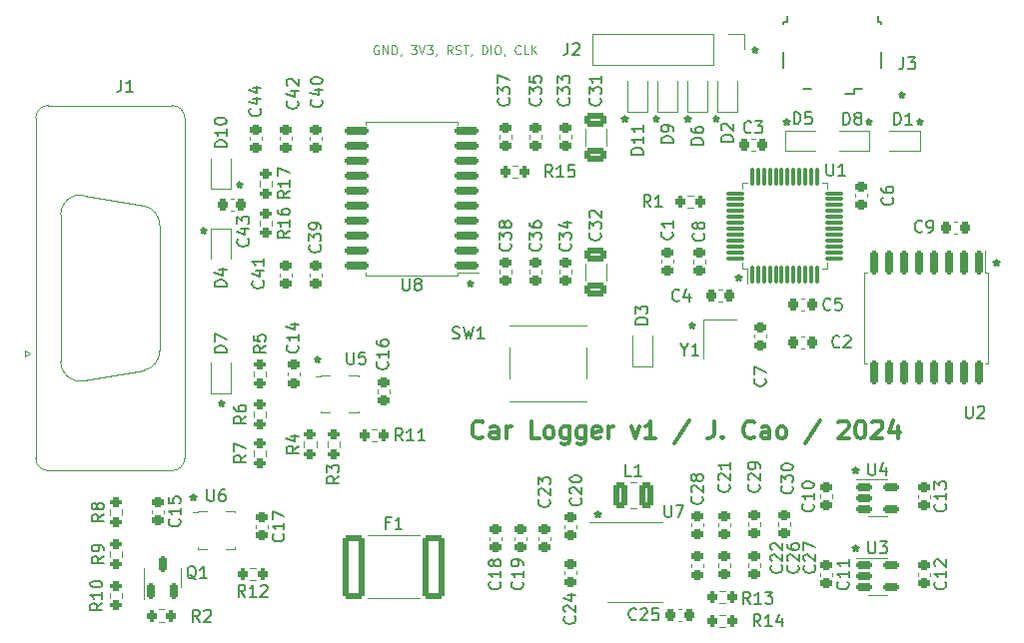
<source format=gto>
G04 #@! TF.GenerationSoftware,KiCad,Pcbnew,6.0.11+dfsg-1*
G04 #@! TF.CreationDate,2024-04-01T21:29:24-07:00*
G04 #@! TF.ProjectId,car-logger,6361722d-6c6f-4676-9765-722e6b696361,v1*
G04 #@! TF.SameCoordinates,Original*
G04 #@! TF.FileFunction,Legend,Top*
G04 #@! TF.FilePolarity,Positive*
%FSLAX46Y46*%
G04 Gerber Fmt 4.6, Leading zero omitted, Abs format (unit mm)*
G04 Created by KiCad (PCBNEW 6.0.11+dfsg-1) date 2024-04-01 21:29:24*
%MOMM*%
%LPD*%
G01*
G04 APERTURE LIST*
G04 Aperture macros list*
%AMRoundRect*
0 Rectangle with rounded corners*
0 $1 Rounding radius*
0 $2 $3 $4 $5 $6 $7 $8 $9 X,Y pos of 4 corners*
0 Add a 4 corners polygon primitive as box body*
4,1,4,$2,$3,$4,$5,$6,$7,$8,$9,$2,$3,0*
0 Add four circle primitives for the rounded corners*
1,1,$1+$1,$2,$3*
1,1,$1+$1,$4,$5*
1,1,$1+$1,$6,$7*
1,1,$1+$1,$8,$9*
0 Add four rect primitives between the rounded corners*
20,1,$1+$1,$2,$3,$4,$5,0*
20,1,$1+$1,$4,$5,$6,$7,0*
20,1,$1+$1,$6,$7,$8,$9,0*
20,1,$1+$1,$8,$9,$2,$3,0*%
G04 Aperture macros list end*
%ADD10C,0.250000*%
%ADD11C,0.300000*%
%ADD12C,0.125000*%
%ADD13C,0.150000*%
%ADD14C,0.120000*%
%ADD15RoundRect,0.200000X-0.275000X0.200000X-0.275000X-0.200000X0.275000X-0.200000X0.275000X0.200000X0*%
%ADD16R,0.600000X0.450000*%
%ADD17RoundRect,0.225000X-0.225000X-0.250000X0.225000X-0.250000X0.225000X0.250000X-0.225000X0.250000X0*%
%ADD18RoundRect,0.075000X0.075000X-0.662500X0.075000X0.662500X-0.075000X0.662500X-0.075000X-0.662500X0*%
%ADD19RoundRect,0.075000X0.662500X-0.075000X0.662500X0.075000X-0.662500X0.075000X-0.662500X-0.075000X0*%
%ADD20R,0.450000X0.600000*%
%ADD21RoundRect,0.225000X0.225000X0.250000X-0.225000X0.250000X-0.225000X-0.250000X0.225000X-0.250000X0*%
%ADD22RoundRect,0.225000X-0.250000X0.225000X-0.250000X-0.225000X0.250000X-0.225000X0.250000X0.225000X0*%
%ADD23RoundRect,0.225000X0.250000X-0.225000X0.250000X0.225000X-0.250000X0.225000X-0.250000X-0.225000X0*%
%ADD24R,1.700000X1.700000*%
%ADD25O,1.700000X1.700000*%
%ADD26R,0.850000X0.280000*%
%ADD27R,0.280000X0.700000*%
%ADD28R,1.650000X2.400000*%
%ADD29RoundRect,0.200000X0.275000X-0.200000X0.275000X0.200000X-0.275000X0.200000X-0.275000X-0.200000X0*%
%ADD30RoundRect,0.250000X0.650000X-0.325000X0.650000X0.325000X-0.650000X0.325000X-0.650000X-0.325000X0*%
%ADD31R,1.550000X1.300000*%
%ADD32RoundRect,0.250000X-0.375000X-0.850000X0.375000X-0.850000X0.375000X0.850000X-0.375000X0.850000X0*%
%ADD33RoundRect,0.200000X0.200000X0.275000X-0.200000X0.275000X-0.200000X-0.275000X0.200000X-0.275000X0*%
%ADD34RoundRect,0.150000X-0.512500X-0.150000X0.512500X-0.150000X0.512500X0.150000X-0.512500X0.150000X0*%
%ADD35RoundRect,0.200000X-0.200000X-0.275000X0.200000X-0.275000X0.200000X0.275000X-0.200000X0.275000X0*%
%ADD36RoundRect,0.150000X0.150000X-0.512500X0.150000X0.512500X-0.150000X0.512500X-0.150000X-0.512500X0*%
%ADD37RoundRect,0.150000X0.875000X0.150000X-0.875000X0.150000X-0.875000X-0.150000X0.875000X-0.150000X0*%
%ADD38RoundRect,0.250000X-0.650000X0.325000X-0.650000X-0.325000X0.650000X-0.325000X0.650000X0.325000X0*%
%ADD39C,0.700000*%
%ADD40C,4.400000*%
%ADD41RoundRect,0.150000X-0.150000X0.875000X-0.150000X-0.875000X0.150000X-0.875000X0.150000X0.875000X0*%
%ADD42R,1.000000X1.150000*%
%ADD43RoundRect,0.250000X-0.712500X-2.475000X0.712500X-2.475000X0.712500X2.475000X-0.712500X2.475000X0*%
%ADD44C,0.800000*%
%ADD45R,0.450000X1.300000*%
%ADD46C,2.000000*%
%ADD47C,1.800000*%
%ADD48C,4.000000*%
%ADD49R,1.600000X1.600000*%
%ADD50C,1.600000*%
%ADD51R,1.780000X0.420000*%
%ADD52R,3.000000X4.200000*%
G04 APERTURE END LIST*
D10*
X169672000Y-64603380D02*
X169672000Y-64841476D01*
X169433904Y-64746238D02*
X169672000Y-64841476D01*
X169910095Y-64746238D01*
X169529142Y-65031952D02*
X169672000Y-64841476D01*
X169814857Y-65031952D01*
X165735000Y-103084380D02*
X165735000Y-103322476D01*
X165496904Y-103227238D02*
X165735000Y-103322476D01*
X165973095Y-103227238D01*
X165592142Y-103512952D02*
X165735000Y-103322476D01*
X165877857Y-103512952D01*
X109601000Y-98766380D02*
X109601000Y-99004476D01*
X109362904Y-98909238D02*
X109601000Y-99004476D01*
X109839095Y-98909238D01*
X109458142Y-99194952D02*
X109601000Y-99004476D01*
X109743857Y-99194952D01*
X112014000Y-90765380D02*
X112014000Y-91003476D01*
X111775904Y-90908238D02*
X112014000Y-91003476D01*
X112252095Y-90908238D01*
X111871142Y-91193952D02*
X112014000Y-91003476D01*
X112156857Y-91193952D01*
X110490000Y-76160380D02*
X110490000Y-76398476D01*
X110251904Y-76303238D02*
X110490000Y-76398476D01*
X110728095Y-76303238D01*
X110347142Y-76588952D02*
X110490000Y-76398476D01*
X110632857Y-76588952D01*
X143891000Y-100163380D02*
X143891000Y-100401476D01*
X143652904Y-100306238D02*
X143891000Y-100401476D01*
X144129095Y-100306238D01*
X143748142Y-100591952D02*
X143891000Y-100401476D01*
X144033857Y-100591952D01*
X133096000Y-80605380D02*
X133096000Y-80843476D01*
X132857904Y-80748238D02*
X133096000Y-80843476D01*
X133334095Y-80748238D01*
X132953142Y-81033952D02*
X133096000Y-80843476D01*
X133238857Y-81033952D01*
X177673000Y-78827380D02*
X177673000Y-79065476D01*
X177434904Y-78970238D02*
X177673000Y-79065476D01*
X177911095Y-78970238D01*
X177530142Y-79255952D02*
X177673000Y-79065476D01*
X177815857Y-79255952D01*
X151892000Y-84161380D02*
X151892000Y-84399476D01*
X151653904Y-84304238D02*
X151892000Y-84399476D01*
X152130095Y-84304238D01*
X151749142Y-84589952D02*
X151892000Y-84399476D01*
X152034857Y-84589952D01*
X159893000Y-66889380D02*
X159893000Y-67127476D01*
X159654904Y-67032238D02*
X159893000Y-67127476D01*
X160131095Y-67032238D01*
X159750142Y-67317952D02*
X159893000Y-67127476D01*
X160035857Y-67317952D01*
X146177000Y-66635380D02*
X146177000Y-66873476D01*
X145938904Y-66778238D02*
X146177000Y-66873476D01*
X146415095Y-66778238D01*
X146034142Y-67063952D02*
X146177000Y-66873476D01*
X146319857Y-67063952D01*
X165735000Y-96480380D02*
X165735000Y-96718476D01*
X165496904Y-96623238D02*
X165735000Y-96718476D01*
X165973095Y-96623238D01*
X165592142Y-96908952D02*
X165735000Y-96718476D01*
X165877857Y-96908952D01*
X148844000Y-66635380D02*
X148844000Y-66873476D01*
X148605904Y-66778238D02*
X148844000Y-66873476D01*
X149082095Y-66778238D01*
X148701142Y-67063952D02*
X148844000Y-66873476D01*
X148986857Y-67063952D01*
X120142000Y-87082380D02*
X120142000Y-87320476D01*
X119903904Y-87225238D02*
X120142000Y-87320476D01*
X120380095Y-87225238D01*
X119999142Y-87510952D02*
X120142000Y-87320476D01*
X120284857Y-87510952D01*
X155829000Y-80097380D02*
X155829000Y-80335476D01*
X155590904Y-80240238D02*
X155829000Y-80335476D01*
X156067095Y-80240238D01*
X155686142Y-80525952D02*
X155829000Y-80335476D01*
X155971857Y-80525952D01*
X157226000Y-60793380D02*
X157226000Y-61031476D01*
X156987904Y-60936238D02*
X157226000Y-61031476D01*
X157464095Y-60936238D01*
X157083142Y-61221952D02*
X157226000Y-61031476D01*
X157368857Y-61221952D01*
D11*
X134205428Y-93880714D02*
X134134000Y-93952142D01*
X133919714Y-94023571D01*
X133776857Y-94023571D01*
X133562571Y-93952142D01*
X133419714Y-93809285D01*
X133348285Y-93666428D01*
X133276857Y-93380714D01*
X133276857Y-93166428D01*
X133348285Y-92880714D01*
X133419714Y-92737857D01*
X133562571Y-92595000D01*
X133776857Y-92523571D01*
X133919714Y-92523571D01*
X134134000Y-92595000D01*
X134205428Y-92666428D01*
X135491142Y-94023571D02*
X135491142Y-93237857D01*
X135419714Y-93095000D01*
X135276857Y-93023571D01*
X134991142Y-93023571D01*
X134848285Y-93095000D01*
X135491142Y-93952142D02*
X135348285Y-94023571D01*
X134991142Y-94023571D01*
X134848285Y-93952142D01*
X134776857Y-93809285D01*
X134776857Y-93666428D01*
X134848285Y-93523571D01*
X134991142Y-93452142D01*
X135348285Y-93452142D01*
X135491142Y-93380714D01*
X136205428Y-94023571D02*
X136205428Y-93023571D01*
X136205428Y-93309285D02*
X136276857Y-93166428D01*
X136348285Y-93095000D01*
X136491142Y-93023571D01*
X136634000Y-93023571D01*
X138991142Y-94023571D02*
X138276857Y-94023571D01*
X138276857Y-92523571D01*
X139705428Y-94023571D02*
X139562571Y-93952142D01*
X139491142Y-93880714D01*
X139419714Y-93737857D01*
X139419714Y-93309285D01*
X139491142Y-93166428D01*
X139562571Y-93095000D01*
X139705428Y-93023571D01*
X139919714Y-93023571D01*
X140062571Y-93095000D01*
X140134000Y-93166428D01*
X140205428Y-93309285D01*
X140205428Y-93737857D01*
X140134000Y-93880714D01*
X140062571Y-93952142D01*
X139919714Y-94023571D01*
X139705428Y-94023571D01*
X141491142Y-93023571D02*
X141491142Y-94237857D01*
X141419714Y-94380714D01*
X141348285Y-94452142D01*
X141205428Y-94523571D01*
X140991142Y-94523571D01*
X140848285Y-94452142D01*
X141491142Y-93952142D02*
X141348285Y-94023571D01*
X141062571Y-94023571D01*
X140919714Y-93952142D01*
X140848285Y-93880714D01*
X140776857Y-93737857D01*
X140776857Y-93309285D01*
X140848285Y-93166428D01*
X140919714Y-93095000D01*
X141062571Y-93023571D01*
X141348285Y-93023571D01*
X141491142Y-93095000D01*
X142848285Y-93023571D02*
X142848285Y-94237857D01*
X142776857Y-94380714D01*
X142705428Y-94452142D01*
X142562571Y-94523571D01*
X142348285Y-94523571D01*
X142205428Y-94452142D01*
X142848285Y-93952142D02*
X142705428Y-94023571D01*
X142419714Y-94023571D01*
X142276857Y-93952142D01*
X142205428Y-93880714D01*
X142134000Y-93737857D01*
X142134000Y-93309285D01*
X142205428Y-93166428D01*
X142276857Y-93095000D01*
X142419714Y-93023571D01*
X142705428Y-93023571D01*
X142848285Y-93095000D01*
X144134000Y-93952142D02*
X143991142Y-94023571D01*
X143705428Y-94023571D01*
X143562571Y-93952142D01*
X143491142Y-93809285D01*
X143491142Y-93237857D01*
X143562571Y-93095000D01*
X143705428Y-93023571D01*
X143991142Y-93023571D01*
X144134000Y-93095000D01*
X144205428Y-93237857D01*
X144205428Y-93380714D01*
X143491142Y-93523571D01*
X144848285Y-94023571D02*
X144848285Y-93023571D01*
X144848285Y-93309285D02*
X144919714Y-93166428D01*
X144991142Y-93095000D01*
X145134000Y-93023571D01*
X145276857Y-93023571D01*
X146776857Y-93023571D02*
X147134000Y-94023571D01*
X147491142Y-93023571D01*
X148848285Y-94023571D02*
X147991142Y-94023571D01*
X148419714Y-94023571D02*
X148419714Y-92523571D01*
X148276857Y-92737857D01*
X148134000Y-92880714D01*
X147991142Y-92952142D01*
X151705428Y-92452142D02*
X150419714Y-94380714D01*
X153776857Y-92523571D02*
X153776857Y-93595000D01*
X153705428Y-93809285D01*
X153562571Y-93952142D01*
X153348285Y-94023571D01*
X153205428Y-94023571D01*
X154491142Y-93880714D02*
X154562571Y-93952142D01*
X154491142Y-94023571D01*
X154419714Y-93952142D01*
X154491142Y-93880714D01*
X154491142Y-94023571D01*
X157205428Y-93880714D02*
X157134000Y-93952142D01*
X156919714Y-94023571D01*
X156776857Y-94023571D01*
X156562571Y-93952142D01*
X156419714Y-93809285D01*
X156348285Y-93666428D01*
X156276857Y-93380714D01*
X156276857Y-93166428D01*
X156348285Y-92880714D01*
X156419714Y-92737857D01*
X156562571Y-92595000D01*
X156776857Y-92523571D01*
X156919714Y-92523571D01*
X157134000Y-92595000D01*
X157205428Y-92666428D01*
X158491142Y-94023571D02*
X158491142Y-93237857D01*
X158419714Y-93095000D01*
X158276857Y-93023571D01*
X157991142Y-93023571D01*
X157848285Y-93095000D01*
X158491142Y-93952142D02*
X158348285Y-94023571D01*
X157991142Y-94023571D01*
X157848285Y-93952142D01*
X157776857Y-93809285D01*
X157776857Y-93666428D01*
X157848285Y-93523571D01*
X157991142Y-93452142D01*
X158348285Y-93452142D01*
X158491142Y-93380714D01*
X159419714Y-94023571D02*
X159276857Y-93952142D01*
X159205428Y-93880714D01*
X159134000Y-93737857D01*
X159134000Y-93309285D01*
X159205428Y-93166428D01*
X159276857Y-93095000D01*
X159419714Y-93023571D01*
X159634000Y-93023571D01*
X159776857Y-93095000D01*
X159848285Y-93166428D01*
X159919714Y-93309285D01*
X159919714Y-93737857D01*
X159848285Y-93880714D01*
X159776857Y-93952142D01*
X159634000Y-94023571D01*
X159419714Y-94023571D01*
X162776857Y-92452142D02*
X161491142Y-94380714D01*
X164348285Y-92666428D02*
X164419714Y-92595000D01*
X164562571Y-92523571D01*
X164919714Y-92523571D01*
X165062571Y-92595000D01*
X165134000Y-92666428D01*
X165205428Y-92809285D01*
X165205428Y-92952142D01*
X165134000Y-93166428D01*
X164276857Y-94023571D01*
X165205428Y-94023571D01*
X166134000Y-92523571D02*
X166276857Y-92523571D01*
X166419714Y-92595000D01*
X166491142Y-92666428D01*
X166562571Y-92809285D01*
X166634000Y-93095000D01*
X166634000Y-93452142D01*
X166562571Y-93737857D01*
X166491142Y-93880714D01*
X166419714Y-93952142D01*
X166276857Y-94023571D01*
X166134000Y-94023571D01*
X165991142Y-93952142D01*
X165919714Y-93880714D01*
X165848285Y-93737857D01*
X165776857Y-93452142D01*
X165776857Y-93095000D01*
X165848285Y-92809285D01*
X165919714Y-92666428D01*
X165991142Y-92595000D01*
X166134000Y-92523571D01*
X167205428Y-92666428D02*
X167276857Y-92595000D01*
X167419714Y-92523571D01*
X167776857Y-92523571D01*
X167919714Y-92595000D01*
X167991142Y-92666428D01*
X168062571Y-92809285D01*
X168062571Y-92952142D01*
X167991142Y-93166428D01*
X167134000Y-94023571D01*
X168062571Y-94023571D01*
X169348285Y-93023571D02*
X169348285Y-94023571D01*
X168991142Y-92452142D02*
X168633999Y-93523571D01*
X169562571Y-93523571D01*
D10*
X153924000Y-66635380D02*
X153924000Y-66873476D01*
X153685904Y-66778238D02*
X153924000Y-66873476D01*
X154162095Y-66778238D01*
X153781142Y-67063952D02*
X153924000Y-66873476D01*
X154066857Y-67063952D01*
X113538000Y-72223380D02*
X113538000Y-72461476D01*
X113299904Y-72366238D02*
X113538000Y-72461476D01*
X113776095Y-72366238D01*
X113395142Y-72651952D02*
X113538000Y-72461476D01*
X113680857Y-72651952D01*
X166878000Y-66889380D02*
X166878000Y-67127476D01*
X166639904Y-67032238D02*
X166878000Y-67127476D01*
X167116095Y-67032238D01*
X166735142Y-67317952D02*
X166878000Y-67127476D01*
X167020857Y-67317952D01*
X171196000Y-66889380D02*
X171196000Y-67127476D01*
X170957904Y-67032238D02*
X171196000Y-67127476D01*
X171434095Y-67032238D01*
X171053142Y-67317952D02*
X171196000Y-67127476D01*
X171338857Y-67317952D01*
D12*
X125343857Y-60712000D02*
X125272428Y-60676285D01*
X125165285Y-60676285D01*
X125058142Y-60712000D01*
X124986714Y-60783428D01*
X124951000Y-60854857D01*
X124915285Y-60997714D01*
X124915285Y-61104857D01*
X124951000Y-61247714D01*
X124986714Y-61319142D01*
X125058142Y-61390571D01*
X125165285Y-61426285D01*
X125236714Y-61426285D01*
X125343857Y-61390571D01*
X125379571Y-61354857D01*
X125379571Y-61104857D01*
X125236714Y-61104857D01*
X125701000Y-61426285D02*
X125701000Y-60676285D01*
X126129571Y-61426285D01*
X126129571Y-60676285D01*
X126486714Y-61426285D02*
X126486714Y-60676285D01*
X126665285Y-60676285D01*
X126772428Y-60712000D01*
X126843857Y-60783428D01*
X126879571Y-60854857D01*
X126915285Y-60997714D01*
X126915285Y-61104857D01*
X126879571Y-61247714D01*
X126843857Y-61319142D01*
X126772428Y-61390571D01*
X126665285Y-61426285D01*
X126486714Y-61426285D01*
X127272428Y-61390571D02*
X127272428Y-61426285D01*
X127236714Y-61497714D01*
X127201000Y-61533428D01*
X128093857Y-60676285D02*
X128558142Y-60676285D01*
X128308142Y-60962000D01*
X128415285Y-60962000D01*
X128486714Y-60997714D01*
X128522428Y-61033428D01*
X128558142Y-61104857D01*
X128558142Y-61283428D01*
X128522428Y-61354857D01*
X128486714Y-61390571D01*
X128415285Y-61426285D01*
X128201000Y-61426285D01*
X128129571Y-61390571D01*
X128093857Y-61354857D01*
X128772428Y-60676285D02*
X129022428Y-61426285D01*
X129272428Y-60676285D01*
X129451000Y-60676285D02*
X129915285Y-60676285D01*
X129665285Y-60962000D01*
X129772428Y-60962000D01*
X129843857Y-60997714D01*
X129879571Y-61033428D01*
X129915285Y-61104857D01*
X129915285Y-61283428D01*
X129879571Y-61354857D01*
X129843857Y-61390571D01*
X129772428Y-61426285D01*
X129558142Y-61426285D01*
X129486714Y-61390571D01*
X129451000Y-61354857D01*
X130272428Y-61390571D02*
X130272428Y-61426285D01*
X130236714Y-61497714D01*
X130201000Y-61533428D01*
X131593857Y-61426285D02*
X131343857Y-61069142D01*
X131165285Y-61426285D02*
X131165285Y-60676285D01*
X131451000Y-60676285D01*
X131522428Y-60712000D01*
X131558142Y-60747714D01*
X131593857Y-60819142D01*
X131593857Y-60926285D01*
X131558142Y-60997714D01*
X131522428Y-61033428D01*
X131451000Y-61069142D01*
X131165285Y-61069142D01*
X131879571Y-61390571D02*
X131986714Y-61426285D01*
X132165285Y-61426285D01*
X132236714Y-61390571D01*
X132272428Y-61354857D01*
X132308142Y-61283428D01*
X132308142Y-61212000D01*
X132272428Y-61140571D01*
X132236714Y-61104857D01*
X132165285Y-61069142D01*
X132022428Y-61033428D01*
X131951000Y-60997714D01*
X131915285Y-60962000D01*
X131879571Y-60890571D01*
X131879571Y-60819142D01*
X131915285Y-60747714D01*
X131951000Y-60712000D01*
X132022428Y-60676285D01*
X132201000Y-60676285D01*
X132308142Y-60712000D01*
X132522428Y-60676285D02*
X132951000Y-60676285D01*
X132736714Y-61426285D02*
X132736714Y-60676285D01*
X133236714Y-61390571D02*
X133236714Y-61426285D01*
X133201000Y-61497714D01*
X133165285Y-61533428D01*
X134129571Y-61426285D02*
X134129571Y-60676285D01*
X134308142Y-60676285D01*
X134415285Y-60712000D01*
X134486714Y-60783428D01*
X134522428Y-60854857D01*
X134558142Y-60997714D01*
X134558142Y-61104857D01*
X134522428Y-61247714D01*
X134486714Y-61319142D01*
X134415285Y-61390571D01*
X134308142Y-61426285D01*
X134129571Y-61426285D01*
X134879571Y-61426285D02*
X134879571Y-60676285D01*
X135379571Y-60676285D02*
X135522428Y-60676285D01*
X135593857Y-60712000D01*
X135665285Y-60783428D01*
X135701000Y-60926285D01*
X135701000Y-61176285D01*
X135665285Y-61319142D01*
X135593857Y-61390571D01*
X135522428Y-61426285D01*
X135379571Y-61426285D01*
X135308142Y-61390571D01*
X135236714Y-61319142D01*
X135201000Y-61176285D01*
X135201000Y-60926285D01*
X135236714Y-60783428D01*
X135308142Y-60712000D01*
X135379571Y-60676285D01*
X136058142Y-61390571D02*
X136058142Y-61426285D01*
X136022428Y-61497714D01*
X135986714Y-61533428D01*
X137379571Y-61354857D02*
X137343857Y-61390571D01*
X137236714Y-61426285D01*
X137165285Y-61426285D01*
X137058142Y-61390571D01*
X136986714Y-61319142D01*
X136951000Y-61247714D01*
X136915285Y-61104857D01*
X136915285Y-60997714D01*
X136951000Y-60854857D01*
X136986714Y-60783428D01*
X137058142Y-60712000D01*
X137165285Y-60676285D01*
X137236714Y-60676285D01*
X137343857Y-60712000D01*
X137379571Y-60747714D01*
X138058142Y-61426285D02*
X137701000Y-61426285D01*
X137701000Y-60676285D01*
X138308142Y-61426285D02*
X138308142Y-60676285D01*
X138736714Y-61426285D02*
X138415285Y-60997714D01*
X138736714Y-60676285D02*
X138308142Y-61104857D01*
D10*
X151511000Y-66635380D02*
X151511000Y-66873476D01*
X151272904Y-66778238D02*
X151511000Y-66873476D01*
X151749095Y-66778238D01*
X151368142Y-67063952D02*
X151511000Y-66873476D01*
X151653857Y-67063952D01*
D13*
X102052380Y-103988666D02*
X101576190Y-104322000D01*
X102052380Y-104560095D02*
X101052380Y-104560095D01*
X101052380Y-104179142D01*
X101100000Y-104083904D01*
X101147619Y-104036285D01*
X101242857Y-103988666D01*
X101385714Y-103988666D01*
X101480952Y-104036285D01*
X101528571Y-104083904D01*
X101576190Y-104179142D01*
X101576190Y-104560095D01*
X102052380Y-103512476D02*
X102052380Y-103322000D01*
X102004761Y-103226761D01*
X101957142Y-103179142D01*
X101814285Y-103083904D01*
X101623809Y-103036285D01*
X101242857Y-103036285D01*
X101147619Y-103083904D01*
X101100000Y-103131523D01*
X101052380Y-103226761D01*
X101052380Y-103417238D01*
X101100000Y-103512476D01*
X101147619Y-103560095D01*
X101242857Y-103607714D01*
X101480952Y-103607714D01*
X101576190Y-103560095D01*
X101623809Y-103512476D01*
X101671428Y-103417238D01*
X101671428Y-103226761D01*
X101623809Y-103131523D01*
X101576190Y-103083904D01*
X101480952Y-103036285D01*
X160551904Y-67342380D02*
X160551904Y-66342380D01*
X160790000Y-66342380D01*
X160932857Y-66390000D01*
X161028095Y-66485238D01*
X161075714Y-66580476D01*
X161123333Y-66770952D01*
X161123333Y-66913809D01*
X161075714Y-67104285D01*
X161028095Y-67199523D01*
X160932857Y-67294761D01*
X160790000Y-67342380D01*
X160551904Y-67342380D01*
X162028095Y-66342380D02*
X161551904Y-66342380D01*
X161504285Y-66818571D01*
X161551904Y-66770952D01*
X161647142Y-66723333D01*
X161885238Y-66723333D01*
X161980476Y-66770952D01*
X162028095Y-66818571D01*
X162075714Y-66913809D01*
X162075714Y-67151904D01*
X162028095Y-67247142D01*
X161980476Y-67294761D01*
X161885238Y-67342380D01*
X161647142Y-67342380D01*
X161551904Y-67294761D01*
X161504285Y-67247142D01*
X147185142Y-109323142D02*
X147137523Y-109370761D01*
X146994666Y-109418380D01*
X146899428Y-109418380D01*
X146756571Y-109370761D01*
X146661333Y-109275523D01*
X146613714Y-109180285D01*
X146566095Y-108989809D01*
X146566095Y-108846952D01*
X146613714Y-108656476D01*
X146661333Y-108561238D01*
X146756571Y-108466000D01*
X146899428Y-108418380D01*
X146994666Y-108418380D01*
X147137523Y-108466000D01*
X147185142Y-108513619D01*
X147566095Y-108513619D02*
X147613714Y-108466000D01*
X147708952Y-108418380D01*
X147947047Y-108418380D01*
X148042285Y-108466000D01*
X148089904Y-108513619D01*
X148137523Y-108608857D01*
X148137523Y-108704095D01*
X148089904Y-108846952D01*
X147518476Y-109418380D01*
X148137523Y-109418380D01*
X149042285Y-108418380D02*
X148566095Y-108418380D01*
X148518476Y-108894571D01*
X148566095Y-108846952D01*
X148661333Y-108799333D01*
X148899428Y-108799333D01*
X148994666Y-108846952D01*
X149042285Y-108894571D01*
X149089904Y-108989809D01*
X149089904Y-109227904D01*
X149042285Y-109323142D01*
X148994666Y-109370761D01*
X148899428Y-109418380D01*
X148661333Y-109418380D01*
X148566095Y-109370761D01*
X148518476Y-109323142D01*
X163322095Y-70699380D02*
X163322095Y-71508904D01*
X163369714Y-71604142D01*
X163417333Y-71651761D01*
X163512571Y-71699380D01*
X163703047Y-71699380D01*
X163798285Y-71651761D01*
X163845904Y-71604142D01*
X163893523Y-71508904D01*
X163893523Y-70699380D01*
X164893523Y-71699380D02*
X164322095Y-71699380D01*
X164607809Y-71699380D02*
X164607809Y-70699380D01*
X164512571Y-70842238D01*
X164417333Y-70937476D01*
X164322095Y-70985095D01*
X148153380Y-84304095D02*
X147153380Y-84304095D01*
X147153380Y-84066000D01*
X147201000Y-83923142D01*
X147296238Y-83827904D01*
X147391476Y-83780285D01*
X147581952Y-83732666D01*
X147724809Y-83732666D01*
X147915285Y-83780285D01*
X148010523Y-83827904D01*
X148105761Y-83923142D01*
X148153380Y-84066000D01*
X148153380Y-84304095D01*
X147153380Y-83399333D02*
X147153380Y-82780285D01*
X147534333Y-83113619D01*
X147534333Y-82970761D01*
X147581952Y-82875523D01*
X147629571Y-82827904D01*
X147724809Y-82780285D01*
X147962904Y-82780285D01*
X148058142Y-82827904D01*
X148105761Y-82875523D01*
X148153380Y-82970761D01*
X148153380Y-83256476D01*
X148105761Y-83351714D01*
X148058142Y-83399333D01*
X150836333Y-82272142D02*
X150788714Y-82319761D01*
X150645857Y-82367380D01*
X150550619Y-82367380D01*
X150407761Y-82319761D01*
X150312523Y-82224523D01*
X150264904Y-82129285D01*
X150217285Y-81938809D01*
X150217285Y-81795952D01*
X150264904Y-81605476D01*
X150312523Y-81510238D01*
X150407761Y-81415000D01*
X150550619Y-81367380D01*
X150645857Y-81367380D01*
X150788714Y-81415000D01*
X150836333Y-81462619D01*
X151693476Y-81700714D02*
X151693476Y-82367380D01*
X151455380Y-81319761D02*
X151217285Y-82034047D01*
X151836333Y-82034047D01*
X155043142Y-97924857D02*
X155090761Y-97972476D01*
X155138380Y-98115333D01*
X155138380Y-98210571D01*
X155090761Y-98353428D01*
X154995523Y-98448666D01*
X154900285Y-98496285D01*
X154709809Y-98543904D01*
X154566952Y-98543904D01*
X154376476Y-98496285D01*
X154281238Y-98448666D01*
X154186000Y-98353428D01*
X154138380Y-98210571D01*
X154138380Y-98115333D01*
X154186000Y-97972476D01*
X154233619Y-97924857D01*
X154233619Y-97543904D02*
X154186000Y-97496285D01*
X154138380Y-97401047D01*
X154138380Y-97162952D01*
X154186000Y-97067714D01*
X154233619Y-97020095D01*
X154328857Y-96972476D01*
X154424095Y-96972476D01*
X154566952Y-97020095D01*
X155138380Y-97591523D01*
X155138380Y-96972476D01*
X155138380Y-96020095D02*
X155138380Y-96591523D01*
X155138380Y-96305809D02*
X154138380Y-96305809D01*
X154281238Y-96401047D01*
X154376476Y-96496285D01*
X154424095Y-96591523D01*
X152884142Y-76620666D02*
X152931761Y-76668285D01*
X152979380Y-76811142D01*
X152979380Y-76906380D01*
X152931761Y-77049238D01*
X152836523Y-77144476D01*
X152741285Y-77192095D01*
X152550809Y-77239714D01*
X152407952Y-77239714D01*
X152217476Y-77192095D01*
X152122238Y-77144476D01*
X152027000Y-77049238D01*
X151979380Y-76906380D01*
X151979380Y-76811142D01*
X152027000Y-76668285D01*
X152074619Y-76620666D01*
X152407952Y-76049238D02*
X152360333Y-76144476D01*
X152312714Y-76192095D01*
X152217476Y-76239714D01*
X152169857Y-76239714D01*
X152074619Y-76192095D01*
X152027000Y-76144476D01*
X151979380Y-76049238D01*
X151979380Y-75858761D01*
X152027000Y-75763523D01*
X152074619Y-75715904D01*
X152169857Y-75668285D01*
X152217476Y-75668285D01*
X152312714Y-75715904D01*
X152360333Y-75763523D01*
X152407952Y-75858761D01*
X152407952Y-76049238D01*
X152455571Y-76144476D01*
X152503190Y-76192095D01*
X152598428Y-76239714D01*
X152788904Y-76239714D01*
X152884142Y-76192095D01*
X152931761Y-76144476D01*
X152979380Y-76049238D01*
X152979380Y-75858761D01*
X152931761Y-75763523D01*
X152884142Y-75715904D01*
X152788904Y-75668285D01*
X152598428Y-75668285D01*
X152503190Y-75715904D01*
X152455571Y-75763523D01*
X152407952Y-75858761D01*
X162282142Y-104782857D02*
X162329761Y-104830476D01*
X162377380Y-104973333D01*
X162377380Y-105068571D01*
X162329761Y-105211428D01*
X162234523Y-105306666D01*
X162139285Y-105354285D01*
X161948809Y-105401904D01*
X161805952Y-105401904D01*
X161615476Y-105354285D01*
X161520238Y-105306666D01*
X161425000Y-105211428D01*
X161377380Y-105068571D01*
X161377380Y-104973333D01*
X161425000Y-104830476D01*
X161472619Y-104782857D01*
X161472619Y-104401904D02*
X161425000Y-104354285D01*
X161377380Y-104259047D01*
X161377380Y-104020952D01*
X161425000Y-103925714D01*
X161472619Y-103878095D01*
X161567857Y-103830476D01*
X161663095Y-103830476D01*
X161805952Y-103878095D01*
X162377380Y-104449523D01*
X162377380Y-103830476D01*
X161377380Y-103497142D02*
X161377380Y-102830476D01*
X162377380Y-103259047D01*
X139041142Y-77477857D02*
X139088761Y-77525476D01*
X139136380Y-77668333D01*
X139136380Y-77763571D01*
X139088761Y-77906428D01*
X138993523Y-78001666D01*
X138898285Y-78049285D01*
X138707809Y-78096904D01*
X138564952Y-78096904D01*
X138374476Y-78049285D01*
X138279238Y-78001666D01*
X138184000Y-77906428D01*
X138136380Y-77763571D01*
X138136380Y-77668333D01*
X138184000Y-77525476D01*
X138231619Y-77477857D01*
X138136380Y-77144523D02*
X138136380Y-76525476D01*
X138517333Y-76858809D01*
X138517333Y-76715952D01*
X138564952Y-76620714D01*
X138612571Y-76573095D01*
X138707809Y-76525476D01*
X138945904Y-76525476D01*
X139041142Y-76573095D01*
X139088761Y-76620714D01*
X139136380Y-76715952D01*
X139136380Y-77001666D01*
X139088761Y-77096904D01*
X139041142Y-77144523D01*
X138136380Y-75668333D02*
X138136380Y-75858809D01*
X138184000Y-75954047D01*
X138231619Y-76001666D01*
X138374476Y-76096904D01*
X138564952Y-76144523D01*
X138945904Y-76144523D01*
X139041142Y-76096904D01*
X139088761Y-76049285D01*
X139136380Y-75954047D01*
X139136380Y-75763571D01*
X139088761Y-75668333D01*
X139041142Y-75620714D01*
X138945904Y-75573095D01*
X138707809Y-75573095D01*
X138612571Y-75620714D01*
X138564952Y-75668333D01*
X138517333Y-75763571D01*
X138517333Y-75954047D01*
X138564952Y-76049285D01*
X138612571Y-76096904D01*
X138707809Y-76144523D01*
X160885142Y-104782857D02*
X160932761Y-104830476D01*
X160980380Y-104973333D01*
X160980380Y-105068571D01*
X160932761Y-105211428D01*
X160837523Y-105306666D01*
X160742285Y-105354285D01*
X160551809Y-105401904D01*
X160408952Y-105401904D01*
X160218476Y-105354285D01*
X160123238Y-105306666D01*
X160028000Y-105211428D01*
X159980380Y-105068571D01*
X159980380Y-104973333D01*
X160028000Y-104830476D01*
X160075619Y-104782857D01*
X160075619Y-104401904D02*
X160028000Y-104354285D01*
X159980380Y-104259047D01*
X159980380Y-104020952D01*
X160028000Y-103925714D01*
X160075619Y-103878095D01*
X160170857Y-103830476D01*
X160266095Y-103830476D01*
X160408952Y-103878095D01*
X160980380Y-104449523D01*
X160980380Y-103830476D01*
X159980380Y-102973333D02*
X159980380Y-103163809D01*
X160028000Y-103259047D01*
X160075619Y-103306666D01*
X160218476Y-103401904D01*
X160408952Y-103449523D01*
X160789904Y-103449523D01*
X160885142Y-103401904D01*
X160932761Y-103354285D01*
X160980380Y-103259047D01*
X160980380Y-103068571D01*
X160932761Y-102973333D01*
X160885142Y-102925714D01*
X160789904Y-102878095D01*
X160551809Y-102878095D01*
X160456571Y-102925714D01*
X160408952Y-102973333D01*
X160361333Y-103068571D01*
X160361333Y-103259047D01*
X160408952Y-103354285D01*
X160456571Y-103401904D01*
X160551809Y-103449523D01*
X114276142Y-77096857D02*
X114323761Y-77144476D01*
X114371380Y-77287333D01*
X114371380Y-77382571D01*
X114323761Y-77525428D01*
X114228523Y-77620666D01*
X114133285Y-77668285D01*
X113942809Y-77715904D01*
X113799952Y-77715904D01*
X113609476Y-77668285D01*
X113514238Y-77620666D01*
X113419000Y-77525428D01*
X113371380Y-77382571D01*
X113371380Y-77287333D01*
X113419000Y-77144476D01*
X113466619Y-77096857D01*
X113704714Y-76239714D02*
X114371380Y-76239714D01*
X113323761Y-76477809D02*
X114038047Y-76715904D01*
X114038047Y-76096857D01*
X113371380Y-75811142D02*
X113371380Y-75192095D01*
X113752333Y-75525428D01*
X113752333Y-75382571D01*
X113799952Y-75287333D01*
X113847571Y-75239714D01*
X113942809Y-75192095D01*
X114180904Y-75192095D01*
X114276142Y-75239714D01*
X114323761Y-75287333D01*
X114371380Y-75382571D01*
X114371380Y-75668285D01*
X114323761Y-75763523D01*
X114276142Y-75811142D01*
X169060904Y-67381380D02*
X169060904Y-66381380D01*
X169299000Y-66381380D01*
X169441857Y-66429000D01*
X169537095Y-66524238D01*
X169584714Y-66619476D01*
X169632333Y-66809952D01*
X169632333Y-66952809D01*
X169584714Y-67143285D01*
X169537095Y-67238523D01*
X169441857Y-67333761D01*
X169299000Y-67381380D01*
X169060904Y-67381380D01*
X170584714Y-67381380D02*
X170013285Y-67381380D01*
X170299000Y-67381380D02*
X170299000Y-66381380D01*
X170203761Y-66524238D01*
X170108523Y-66619476D01*
X170013285Y-66667095D01*
X141398666Y-60472380D02*
X141398666Y-61186666D01*
X141351047Y-61329523D01*
X141255809Y-61424761D01*
X141112952Y-61472380D01*
X141017714Y-61472380D01*
X141827238Y-60567619D02*
X141874857Y-60520000D01*
X141970095Y-60472380D01*
X142208190Y-60472380D01*
X142303428Y-60520000D01*
X142351047Y-60567619D01*
X142398666Y-60662857D01*
X142398666Y-60758095D01*
X142351047Y-60900952D01*
X141779619Y-61472380D01*
X142398666Y-61472380D01*
X141581142Y-77477857D02*
X141628761Y-77525476D01*
X141676380Y-77668333D01*
X141676380Y-77763571D01*
X141628761Y-77906428D01*
X141533523Y-78001666D01*
X141438285Y-78049285D01*
X141247809Y-78096904D01*
X141104952Y-78096904D01*
X140914476Y-78049285D01*
X140819238Y-78001666D01*
X140724000Y-77906428D01*
X140676380Y-77763571D01*
X140676380Y-77668333D01*
X140724000Y-77525476D01*
X140771619Y-77477857D01*
X140676380Y-77144523D02*
X140676380Y-76525476D01*
X141057333Y-76858809D01*
X141057333Y-76715952D01*
X141104952Y-76620714D01*
X141152571Y-76573095D01*
X141247809Y-76525476D01*
X141485904Y-76525476D01*
X141581142Y-76573095D01*
X141628761Y-76620714D01*
X141676380Y-76715952D01*
X141676380Y-77001666D01*
X141628761Y-77096904D01*
X141581142Y-77144523D01*
X141009714Y-75668333D02*
X141676380Y-75668333D01*
X140628761Y-75906428D02*
X141343047Y-76144523D01*
X141343047Y-75525476D01*
X159488142Y-104782857D02*
X159535761Y-104830476D01*
X159583380Y-104973333D01*
X159583380Y-105068571D01*
X159535761Y-105211428D01*
X159440523Y-105306666D01*
X159345285Y-105354285D01*
X159154809Y-105401904D01*
X159011952Y-105401904D01*
X158821476Y-105354285D01*
X158726238Y-105306666D01*
X158631000Y-105211428D01*
X158583380Y-105068571D01*
X158583380Y-104973333D01*
X158631000Y-104830476D01*
X158678619Y-104782857D01*
X158678619Y-104401904D02*
X158631000Y-104354285D01*
X158583380Y-104259047D01*
X158583380Y-104020952D01*
X158631000Y-103925714D01*
X158678619Y-103878095D01*
X158773857Y-103830476D01*
X158869095Y-103830476D01*
X159011952Y-103878095D01*
X159583380Y-104449523D01*
X159583380Y-103830476D01*
X158678619Y-103449523D02*
X158631000Y-103401904D01*
X158583380Y-103306666D01*
X158583380Y-103068571D01*
X158631000Y-102973333D01*
X158678619Y-102925714D01*
X158773857Y-102878095D01*
X158869095Y-102878095D01*
X159011952Y-102925714D01*
X159583380Y-103497142D01*
X159583380Y-102878095D01*
X102052380Y-100432666D02*
X101576190Y-100766000D01*
X102052380Y-101004095D02*
X101052380Y-101004095D01*
X101052380Y-100623142D01*
X101100000Y-100527904D01*
X101147619Y-100480285D01*
X101242857Y-100432666D01*
X101385714Y-100432666D01*
X101480952Y-100480285D01*
X101528571Y-100527904D01*
X101576190Y-100623142D01*
X101576190Y-101004095D01*
X101480952Y-99861238D02*
X101433333Y-99956476D01*
X101385714Y-100004095D01*
X101290476Y-100051714D01*
X101242857Y-100051714D01*
X101147619Y-100004095D01*
X101100000Y-99956476D01*
X101052380Y-99861238D01*
X101052380Y-99670761D01*
X101100000Y-99575523D01*
X101147619Y-99527904D01*
X101242857Y-99480285D01*
X101290476Y-99480285D01*
X101385714Y-99527904D01*
X101433333Y-99575523D01*
X101480952Y-99670761D01*
X101480952Y-99861238D01*
X101528571Y-99956476D01*
X101576190Y-100004095D01*
X101671428Y-100051714D01*
X101861904Y-100051714D01*
X101957142Y-100004095D01*
X102004761Y-99956476D01*
X102052380Y-99861238D01*
X102052380Y-99670761D01*
X102004761Y-99575523D01*
X101957142Y-99527904D01*
X101861904Y-99480285D01*
X101671428Y-99480285D01*
X101576190Y-99527904D01*
X101528571Y-99575523D01*
X101480952Y-99670761D01*
X173364142Y-99575857D02*
X173411761Y-99623476D01*
X173459380Y-99766333D01*
X173459380Y-99861571D01*
X173411761Y-100004428D01*
X173316523Y-100099666D01*
X173221285Y-100147285D01*
X173030809Y-100194904D01*
X172887952Y-100194904D01*
X172697476Y-100147285D01*
X172602238Y-100099666D01*
X172507000Y-100004428D01*
X172459380Y-99861571D01*
X172459380Y-99766333D01*
X172507000Y-99623476D01*
X172554619Y-99575857D01*
X173459380Y-98623476D02*
X173459380Y-99194904D01*
X173459380Y-98909190D02*
X172459380Y-98909190D01*
X172602238Y-99004428D01*
X172697476Y-99099666D01*
X172745095Y-99194904D01*
X172459380Y-98290142D02*
X172459380Y-97671095D01*
X172840333Y-98004428D01*
X172840333Y-97861571D01*
X172887952Y-97766333D01*
X172935571Y-97718714D01*
X173030809Y-97671095D01*
X173268904Y-97671095D01*
X173364142Y-97718714D01*
X173411761Y-97766333D01*
X173459380Y-97861571D01*
X173459380Y-98147285D01*
X173411761Y-98242523D01*
X173364142Y-98290142D01*
X139803142Y-99194857D02*
X139850761Y-99242476D01*
X139898380Y-99385333D01*
X139898380Y-99480571D01*
X139850761Y-99623428D01*
X139755523Y-99718666D01*
X139660285Y-99766285D01*
X139469809Y-99813904D01*
X139326952Y-99813904D01*
X139136476Y-99766285D01*
X139041238Y-99718666D01*
X138946000Y-99623428D01*
X138898380Y-99480571D01*
X138898380Y-99385333D01*
X138946000Y-99242476D01*
X138993619Y-99194857D01*
X138993619Y-98813904D02*
X138946000Y-98766285D01*
X138898380Y-98671047D01*
X138898380Y-98432952D01*
X138946000Y-98337714D01*
X138993619Y-98290095D01*
X139088857Y-98242476D01*
X139184095Y-98242476D01*
X139326952Y-98290095D01*
X139898380Y-98861523D01*
X139898380Y-98242476D01*
X138898380Y-97909142D02*
X138898380Y-97290095D01*
X139279333Y-97623428D01*
X139279333Y-97480571D01*
X139326952Y-97385333D01*
X139374571Y-97337714D01*
X139469809Y-97290095D01*
X139707904Y-97290095D01*
X139803142Y-97337714D01*
X139850761Y-97385333D01*
X139898380Y-97480571D01*
X139898380Y-97766285D01*
X139850761Y-97861523D01*
X139803142Y-97909142D01*
X118467142Y-65412857D02*
X118514761Y-65460476D01*
X118562380Y-65603333D01*
X118562380Y-65698571D01*
X118514761Y-65841428D01*
X118419523Y-65936666D01*
X118324285Y-65984285D01*
X118133809Y-66031904D01*
X117990952Y-66031904D01*
X117800476Y-65984285D01*
X117705238Y-65936666D01*
X117610000Y-65841428D01*
X117562380Y-65698571D01*
X117562380Y-65603333D01*
X117610000Y-65460476D01*
X117657619Y-65412857D01*
X117895714Y-64555714D02*
X118562380Y-64555714D01*
X117514761Y-64793809D02*
X118229047Y-65031904D01*
X118229047Y-64412857D01*
X117657619Y-64079523D02*
X117610000Y-64031904D01*
X117562380Y-63936666D01*
X117562380Y-63698571D01*
X117610000Y-63603333D01*
X117657619Y-63555714D01*
X117752857Y-63508095D01*
X117848095Y-63508095D01*
X117990952Y-63555714D01*
X118562380Y-64127142D01*
X118562380Y-63508095D01*
X112466380Y-81129095D02*
X111466380Y-81129095D01*
X111466380Y-80891000D01*
X111514000Y-80748142D01*
X111609238Y-80652904D01*
X111704476Y-80605285D01*
X111894952Y-80557666D01*
X112037809Y-80557666D01*
X112228285Y-80605285D01*
X112323523Y-80652904D01*
X112418761Y-80748142D01*
X112466380Y-80891000D01*
X112466380Y-81129095D01*
X111799714Y-79700523D02*
X112466380Y-79700523D01*
X111418761Y-79938619D02*
X112133047Y-80176714D01*
X112133047Y-79557666D01*
X114117380Y-95416666D02*
X113641190Y-95750000D01*
X114117380Y-95988095D02*
X113117380Y-95988095D01*
X113117380Y-95607142D01*
X113165000Y-95511904D01*
X113212619Y-95464285D01*
X113307857Y-95416666D01*
X113450714Y-95416666D01*
X113545952Y-95464285D01*
X113593571Y-95511904D01*
X113641190Y-95607142D01*
X113641190Y-95988095D01*
X113117380Y-95083333D02*
X113117380Y-94416666D01*
X114117380Y-94845238D01*
X122682095Y-86701380D02*
X122682095Y-87510904D01*
X122729714Y-87606142D01*
X122777333Y-87653761D01*
X122872571Y-87701380D01*
X123063047Y-87701380D01*
X123158285Y-87653761D01*
X123205904Y-87606142D01*
X123253523Y-87510904D01*
X123253523Y-86701380D01*
X124205904Y-86701380D02*
X123729714Y-86701380D01*
X123682095Y-87177571D01*
X123729714Y-87129952D01*
X123824952Y-87082333D01*
X124063047Y-87082333D01*
X124158285Y-87129952D01*
X124205904Y-87177571D01*
X124253523Y-87272809D01*
X124253523Y-87510904D01*
X124205904Y-87606142D01*
X124158285Y-87653761D01*
X124063047Y-87701380D01*
X123824952Y-87701380D01*
X123729714Y-87653761D01*
X123682095Y-87606142D01*
X137517142Y-106179857D02*
X137564761Y-106227476D01*
X137612380Y-106370333D01*
X137612380Y-106465571D01*
X137564761Y-106608428D01*
X137469523Y-106703666D01*
X137374285Y-106751285D01*
X137183809Y-106798904D01*
X137040952Y-106798904D01*
X136850476Y-106751285D01*
X136755238Y-106703666D01*
X136660000Y-106608428D01*
X136612380Y-106465571D01*
X136612380Y-106370333D01*
X136660000Y-106227476D01*
X136707619Y-106179857D01*
X137612380Y-105227476D02*
X137612380Y-105798904D01*
X137612380Y-105513190D02*
X136612380Y-105513190D01*
X136755238Y-105608428D01*
X136850476Y-105703666D01*
X136898095Y-105798904D01*
X137612380Y-104751285D02*
X137612380Y-104560809D01*
X137564761Y-104465571D01*
X137517142Y-104417952D01*
X137374285Y-104322714D01*
X137183809Y-104275095D01*
X136802857Y-104275095D01*
X136707619Y-104322714D01*
X136660000Y-104370333D01*
X136612380Y-104465571D01*
X136612380Y-104656047D01*
X136660000Y-104751285D01*
X136707619Y-104798904D01*
X136802857Y-104846523D01*
X137040952Y-104846523D01*
X137136190Y-104798904D01*
X137183809Y-104751285D01*
X137231428Y-104656047D01*
X137231428Y-104465571D01*
X137183809Y-104370333D01*
X137136190Y-104322714D01*
X137040952Y-104275095D01*
X118467142Y-86113857D02*
X118514761Y-86161476D01*
X118562380Y-86304333D01*
X118562380Y-86399571D01*
X118514761Y-86542428D01*
X118419523Y-86637666D01*
X118324285Y-86685285D01*
X118133809Y-86732904D01*
X117990952Y-86732904D01*
X117800476Y-86685285D01*
X117705238Y-86637666D01*
X117610000Y-86542428D01*
X117562380Y-86399571D01*
X117562380Y-86304333D01*
X117610000Y-86161476D01*
X117657619Y-86113857D01*
X118562380Y-85161476D02*
X118562380Y-85732904D01*
X118562380Y-85447190D02*
X117562380Y-85447190D01*
X117705238Y-85542428D01*
X117800476Y-85637666D01*
X117848095Y-85732904D01*
X117895714Y-84304333D02*
X118562380Y-84304333D01*
X117514761Y-84542428D02*
X118229047Y-84780523D01*
X118229047Y-84161476D01*
X117800380Y-73032857D02*
X117324190Y-73366190D01*
X117800380Y-73604285D02*
X116800380Y-73604285D01*
X116800380Y-73223333D01*
X116848000Y-73128095D01*
X116895619Y-73080476D01*
X116990857Y-73032857D01*
X117133714Y-73032857D01*
X117228952Y-73080476D01*
X117276571Y-73128095D01*
X117324190Y-73223333D01*
X117324190Y-73604285D01*
X117800380Y-72080476D02*
X117800380Y-72651904D01*
X117800380Y-72366190D02*
X116800380Y-72366190D01*
X116943238Y-72461428D01*
X117038476Y-72556666D01*
X117086095Y-72651904D01*
X116800380Y-71747142D02*
X116800380Y-71080476D01*
X117800380Y-71509047D01*
X144121142Y-65158857D02*
X144168761Y-65206476D01*
X144216380Y-65349333D01*
X144216380Y-65444571D01*
X144168761Y-65587428D01*
X144073523Y-65682666D01*
X143978285Y-65730285D01*
X143787809Y-65777904D01*
X143644952Y-65777904D01*
X143454476Y-65730285D01*
X143359238Y-65682666D01*
X143264000Y-65587428D01*
X143216380Y-65444571D01*
X143216380Y-65349333D01*
X143264000Y-65206476D01*
X143311619Y-65158857D01*
X143216380Y-64825523D02*
X143216380Y-64206476D01*
X143597333Y-64539809D01*
X143597333Y-64396952D01*
X143644952Y-64301714D01*
X143692571Y-64254095D01*
X143787809Y-64206476D01*
X144025904Y-64206476D01*
X144121142Y-64254095D01*
X144168761Y-64301714D01*
X144216380Y-64396952D01*
X144216380Y-64682666D01*
X144168761Y-64777904D01*
X144121142Y-64825523D01*
X144216380Y-63254095D02*
X144216380Y-63825523D01*
X144216380Y-63539809D02*
X143216380Y-63539809D01*
X143359238Y-63635047D01*
X143454476Y-63730285D01*
X143502095Y-63825523D01*
X142470142Y-99067857D02*
X142517761Y-99115476D01*
X142565380Y-99258333D01*
X142565380Y-99353571D01*
X142517761Y-99496428D01*
X142422523Y-99591666D01*
X142327285Y-99639285D01*
X142136809Y-99686904D01*
X141993952Y-99686904D01*
X141803476Y-99639285D01*
X141708238Y-99591666D01*
X141613000Y-99496428D01*
X141565380Y-99353571D01*
X141565380Y-99258333D01*
X141613000Y-99115476D01*
X141660619Y-99067857D01*
X141660619Y-98686904D02*
X141613000Y-98639285D01*
X141565380Y-98544047D01*
X141565380Y-98305952D01*
X141613000Y-98210714D01*
X141660619Y-98163095D01*
X141755857Y-98115476D01*
X141851095Y-98115476D01*
X141993952Y-98163095D01*
X142565380Y-98734523D01*
X142565380Y-98115476D01*
X141565380Y-97496428D02*
X141565380Y-97401190D01*
X141613000Y-97305952D01*
X141660619Y-97258333D01*
X141755857Y-97210714D01*
X141946333Y-97163095D01*
X142184428Y-97163095D01*
X142374904Y-97210714D01*
X142470142Y-97258333D01*
X142517761Y-97305952D01*
X142565380Y-97401190D01*
X142565380Y-97496428D01*
X142517761Y-97591666D01*
X142470142Y-97639285D01*
X142374904Y-97686904D01*
X142184428Y-97734523D01*
X141946333Y-97734523D01*
X141755857Y-97686904D01*
X141660619Y-97639285D01*
X141613000Y-97591666D01*
X141565380Y-97496428D01*
X150312380Y-68937095D02*
X149312380Y-68937095D01*
X149312380Y-68699000D01*
X149360000Y-68556142D01*
X149455238Y-68460904D01*
X149550476Y-68413285D01*
X149740952Y-68365666D01*
X149883809Y-68365666D01*
X150074285Y-68413285D01*
X150169523Y-68460904D01*
X150264761Y-68556142D01*
X150312380Y-68699000D01*
X150312380Y-68937095D01*
X150312380Y-67889476D02*
X150312380Y-67699000D01*
X150264761Y-67603761D01*
X150217142Y-67556142D01*
X150074285Y-67460904D01*
X149883809Y-67413285D01*
X149502857Y-67413285D01*
X149407619Y-67460904D01*
X149360000Y-67508523D01*
X149312380Y-67603761D01*
X149312380Y-67794238D01*
X149360000Y-67889476D01*
X149407619Y-67937095D01*
X149502857Y-67984714D01*
X149740952Y-67984714D01*
X149836190Y-67937095D01*
X149883809Y-67889476D01*
X149931428Y-67794238D01*
X149931428Y-67603761D01*
X149883809Y-67508523D01*
X149836190Y-67460904D01*
X149740952Y-67413285D01*
X112466380Y-69286285D02*
X111466380Y-69286285D01*
X111466380Y-69048190D01*
X111514000Y-68905333D01*
X111609238Y-68810095D01*
X111704476Y-68762476D01*
X111894952Y-68714857D01*
X112037809Y-68714857D01*
X112228285Y-68762476D01*
X112323523Y-68810095D01*
X112418761Y-68905333D01*
X112466380Y-69048190D01*
X112466380Y-69286285D01*
X112466380Y-67762476D02*
X112466380Y-68333904D01*
X112466380Y-68048190D02*
X111466380Y-68048190D01*
X111609238Y-68143428D01*
X111704476Y-68238666D01*
X111752095Y-68333904D01*
X111466380Y-67143428D02*
X111466380Y-67048190D01*
X111514000Y-66952952D01*
X111561619Y-66905333D01*
X111656857Y-66857714D01*
X111847333Y-66810095D01*
X112085428Y-66810095D01*
X112275904Y-66857714D01*
X112371142Y-66905333D01*
X112418761Y-66952952D01*
X112466380Y-67048190D01*
X112466380Y-67143428D01*
X112418761Y-67238666D01*
X112371142Y-67286285D01*
X112275904Y-67333904D01*
X112085428Y-67381523D01*
X111847333Y-67381523D01*
X111656857Y-67333904D01*
X111561619Y-67286285D01*
X111514000Y-67238666D01*
X111466380Y-67143428D01*
X131635666Y-85494761D02*
X131778523Y-85542380D01*
X132016619Y-85542380D01*
X132111857Y-85494761D01*
X132159476Y-85447142D01*
X132207095Y-85351904D01*
X132207095Y-85256666D01*
X132159476Y-85161428D01*
X132111857Y-85113809D01*
X132016619Y-85066190D01*
X131826142Y-85018571D01*
X131730904Y-84970952D01*
X131683285Y-84923333D01*
X131635666Y-84828095D01*
X131635666Y-84732857D01*
X131683285Y-84637619D01*
X131730904Y-84590000D01*
X131826142Y-84542380D01*
X132064238Y-84542380D01*
X132207095Y-84590000D01*
X132540428Y-84542380D02*
X132778523Y-85542380D01*
X132969000Y-84828095D01*
X133159476Y-85542380D01*
X133397571Y-84542380D01*
X134302333Y-85542380D02*
X133730904Y-85542380D01*
X134016619Y-85542380D02*
X134016619Y-84542380D01*
X133921380Y-84685238D01*
X133826142Y-84780476D01*
X133730904Y-84828095D01*
X126087142Y-87510857D02*
X126134761Y-87558476D01*
X126182380Y-87701333D01*
X126182380Y-87796571D01*
X126134761Y-87939428D01*
X126039523Y-88034666D01*
X125944285Y-88082285D01*
X125753809Y-88129904D01*
X125610952Y-88129904D01*
X125420476Y-88082285D01*
X125325238Y-88034666D01*
X125230000Y-87939428D01*
X125182380Y-87796571D01*
X125182380Y-87701333D01*
X125230000Y-87558476D01*
X125277619Y-87510857D01*
X126182380Y-86558476D02*
X126182380Y-87129904D01*
X126182380Y-86844190D02*
X125182380Y-86844190D01*
X125325238Y-86939428D01*
X125420476Y-87034666D01*
X125468095Y-87129904D01*
X125182380Y-85701333D02*
X125182380Y-85891809D01*
X125230000Y-85987047D01*
X125277619Y-86034666D01*
X125420476Y-86129904D01*
X125610952Y-86177523D01*
X125991904Y-86177523D01*
X126087142Y-86129904D01*
X126134761Y-86082285D01*
X126182380Y-85987047D01*
X126182380Y-85796571D01*
X126134761Y-85701333D01*
X126087142Y-85653714D01*
X125991904Y-85606095D01*
X125753809Y-85606095D01*
X125658571Y-85653714D01*
X125610952Y-85701333D01*
X125563333Y-85796571D01*
X125563333Y-85987047D01*
X125610952Y-86082285D01*
X125658571Y-86129904D01*
X125753809Y-86177523D01*
X139041142Y-65158857D02*
X139088761Y-65206476D01*
X139136380Y-65349333D01*
X139136380Y-65444571D01*
X139088761Y-65587428D01*
X138993523Y-65682666D01*
X138898285Y-65730285D01*
X138707809Y-65777904D01*
X138564952Y-65777904D01*
X138374476Y-65730285D01*
X138279238Y-65682666D01*
X138184000Y-65587428D01*
X138136380Y-65444571D01*
X138136380Y-65349333D01*
X138184000Y-65206476D01*
X138231619Y-65158857D01*
X138136380Y-64825523D02*
X138136380Y-64206476D01*
X138517333Y-64539809D01*
X138517333Y-64396952D01*
X138564952Y-64301714D01*
X138612571Y-64254095D01*
X138707809Y-64206476D01*
X138945904Y-64206476D01*
X139041142Y-64254095D01*
X139088761Y-64301714D01*
X139136380Y-64396952D01*
X139136380Y-64682666D01*
X139088761Y-64777904D01*
X139041142Y-64825523D01*
X138136380Y-63301714D02*
X138136380Y-63777904D01*
X138612571Y-63825523D01*
X138564952Y-63777904D01*
X138517333Y-63682666D01*
X138517333Y-63444571D01*
X138564952Y-63349333D01*
X138612571Y-63301714D01*
X138707809Y-63254095D01*
X138945904Y-63254095D01*
X139041142Y-63301714D01*
X139088761Y-63349333D01*
X139136380Y-63444571D01*
X139136380Y-63682666D01*
X139088761Y-63777904D01*
X139041142Y-63825523D01*
X146772333Y-97208380D02*
X146296142Y-97208380D01*
X146296142Y-96208380D01*
X147629476Y-97208380D02*
X147058047Y-97208380D01*
X147343761Y-97208380D02*
X147343761Y-96208380D01*
X147248523Y-96351238D01*
X147153285Y-96446476D01*
X147058047Y-96494095D01*
X165109142Y-106179857D02*
X165156761Y-106227476D01*
X165204380Y-106370333D01*
X165204380Y-106465571D01*
X165156761Y-106608428D01*
X165061523Y-106703666D01*
X164966285Y-106751285D01*
X164775809Y-106798904D01*
X164632952Y-106798904D01*
X164442476Y-106751285D01*
X164347238Y-106703666D01*
X164252000Y-106608428D01*
X164204380Y-106465571D01*
X164204380Y-106370333D01*
X164252000Y-106227476D01*
X164299619Y-106179857D01*
X165204380Y-105227476D02*
X165204380Y-105798904D01*
X165204380Y-105513190D02*
X164204380Y-105513190D01*
X164347238Y-105608428D01*
X164442476Y-105703666D01*
X164490095Y-105798904D01*
X165204380Y-104275095D02*
X165204380Y-104846523D01*
X165204380Y-104560809D02*
X164204380Y-104560809D01*
X164347238Y-104656047D01*
X164442476Y-104751285D01*
X164490095Y-104846523D01*
X121991380Y-97194666D02*
X121515190Y-97528000D01*
X121991380Y-97766095D02*
X120991380Y-97766095D01*
X120991380Y-97385142D01*
X121039000Y-97289904D01*
X121086619Y-97242285D01*
X121181857Y-97194666D01*
X121324714Y-97194666D01*
X121419952Y-97242285D01*
X121467571Y-97289904D01*
X121515190Y-97385142D01*
X121515190Y-97766095D01*
X120991380Y-96861333D02*
X120991380Y-96242285D01*
X121372333Y-96575619D01*
X121372333Y-96432761D01*
X121419952Y-96337523D01*
X121467571Y-96289904D01*
X121562809Y-96242285D01*
X121800904Y-96242285D01*
X121896142Y-96289904D01*
X121943761Y-96337523D01*
X121991380Y-96432761D01*
X121991380Y-96718476D01*
X121943761Y-96813714D01*
X121896142Y-96861333D01*
X141454142Y-65158857D02*
X141501761Y-65206476D01*
X141549380Y-65349333D01*
X141549380Y-65444571D01*
X141501761Y-65587428D01*
X141406523Y-65682666D01*
X141311285Y-65730285D01*
X141120809Y-65777904D01*
X140977952Y-65777904D01*
X140787476Y-65730285D01*
X140692238Y-65682666D01*
X140597000Y-65587428D01*
X140549380Y-65444571D01*
X140549380Y-65349333D01*
X140597000Y-65206476D01*
X140644619Y-65158857D01*
X140549380Y-64825523D02*
X140549380Y-64206476D01*
X140930333Y-64539809D01*
X140930333Y-64396952D01*
X140977952Y-64301714D01*
X141025571Y-64254095D01*
X141120809Y-64206476D01*
X141358904Y-64206476D01*
X141454142Y-64254095D01*
X141501761Y-64301714D01*
X141549380Y-64396952D01*
X141549380Y-64682666D01*
X141501761Y-64777904D01*
X141454142Y-64825523D01*
X140549380Y-63873142D02*
X140549380Y-63254095D01*
X140930333Y-63587428D01*
X140930333Y-63444571D01*
X140977952Y-63349333D01*
X141025571Y-63301714D01*
X141120809Y-63254095D01*
X141358904Y-63254095D01*
X141454142Y-63301714D01*
X141501761Y-63349333D01*
X141549380Y-63444571D01*
X141549380Y-63730285D01*
X141501761Y-63825523D01*
X141454142Y-63873142D01*
X101925380Y-107972357D02*
X101449190Y-108305690D01*
X101925380Y-108543785D02*
X100925380Y-108543785D01*
X100925380Y-108162833D01*
X100973000Y-108067595D01*
X101020619Y-108019976D01*
X101115857Y-107972357D01*
X101258714Y-107972357D01*
X101353952Y-108019976D01*
X101401571Y-108067595D01*
X101449190Y-108162833D01*
X101449190Y-108543785D01*
X101925380Y-107019976D02*
X101925380Y-107591404D01*
X101925380Y-107305690D02*
X100925380Y-107305690D01*
X101068238Y-107400928D01*
X101163476Y-107496166D01*
X101211095Y-107591404D01*
X100925380Y-106400928D02*
X100925380Y-106305690D01*
X100973000Y-106210452D01*
X101020619Y-106162833D01*
X101115857Y-106115214D01*
X101306333Y-106067595D01*
X101544428Y-106067595D01*
X101734904Y-106115214D01*
X101830142Y-106162833D01*
X101877761Y-106210452D01*
X101925380Y-106305690D01*
X101925380Y-106400928D01*
X101877761Y-106496166D01*
X101830142Y-106543785D01*
X101734904Y-106591404D01*
X101544428Y-106639023D01*
X101306333Y-106639023D01*
X101115857Y-106591404D01*
X101020619Y-106543785D01*
X100973000Y-106496166D01*
X100925380Y-106400928D01*
X163663333Y-83034142D02*
X163615714Y-83081761D01*
X163472857Y-83129380D01*
X163377619Y-83129380D01*
X163234761Y-83081761D01*
X163139523Y-82986523D01*
X163091904Y-82891285D01*
X163044285Y-82700809D01*
X163044285Y-82557952D01*
X163091904Y-82367476D01*
X163139523Y-82272238D01*
X163234761Y-82177000D01*
X163377619Y-82129380D01*
X163472857Y-82129380D01*
X163615714Y-82177000D01*
X163663333Y-82224619D01*
X164568095Y-82129380D02*
X164091904Y-82129380D01*
X164044285Y-82605571D01*
X164091904Y-82557952D01*
X164187142Y-82510333D01*
X164425238Y-82510333D01*
X164520476Y-82557952D01*
X164568095Y-82605571D01*
X164615714Y-82700809D01*
X164615714Y-82938904D01*
X164568095Y-83034142D01*
X164520476Y-83081761D01*
X164425238Y-83129380D01*
X164187142Y-83129380D01*
X164091904Y-83081761D01*
X164044285Y-83034142D01*
X155392380Y-68810095D02*
X154392380Y-68810095D01*
X154392380Y-68572000D01*
X154440000Y-68429142D01*
X154535238Y-68333904D01*
X154630476Y-68286285D01*
X154820952Y-68238666D01*
X154963809Y-68238666D01*
X155154285Y-68286285D01*
X155249523Y-68333904D01*
X155344761Y-68429142D01*
X155392380Y-68572000D01*
X155392380Y-68810095D01*
X154487619Y-67857714D02*
X154440000Y-67810095D01*
X154392380Y-67714857D01*
X154392380Y-67476761D01*
X154440000Y-67381523D01*
X154487619Y-67333904D01*
X154582857Y-67286285D01*
X154678095Y-67286285D01*
X154820952Y-67333904D01*
X155392380Y-67905333D01*
X155392380Y-67286285D01*
X117263626Y-102117357D02*
X117311245Y-102164976D01*
X117358864Y-102307833D01*
X117358864Y-102403071D01*
X117311245Y-102545928D01*
X117216007Y-102641166D01*
X117120769Y-102688785D01*
X116930293Y-102736404D01*
X116787436Y-102736404D01*
X116596960Y-102688785D01*
X116501722Y-102641166D01*
X116406484Y-102545928D01*
X116358864Y-102403071D01*
X116358864Y-102307833D01*
X116406484Y-102164976D01*
X116454103Y-102117357D01*
X117358864Y-101164976D02*
X117358864Y-101736404D01*
X117358864Y-101450690D02*
X116358864Y-101450690D01*
X116501722Y-101545928D01*
X116596960Y-101641166D01*
X116644579Y-101736404D01*
X116358864Y-100831642D02*
X116358864Y-100164976D01*
X117358864Y-100593547D01*
X127373142Y-94178380D02*
X127039809Y-93702190D01*
X126801714Y-94178380D02*
X126801714Y-93178380D01*
X127182666Y-93178380D01*
X127277904Y-93226000D01*
X127325523Y-93273619D01*
X127373142Y-93368857D01*
X127373142Y-93511714D01*
X127325523Y-93606952D01*
X127277904Y-93654571D01*
X127182666Y-93702190D01*
X126801714Y-93702190D01*
X128325523Y-94178380D02*
X127754095Y-94178380D01*
X128039809Y-94178380D02*
X128039809Y-93178380D01*
X127944571Y-93321238D01*
X127849333Y-93416476D01*
X127754095Y-93464095D01*
X129277904Y-94178380D02*
X128706476Y-94178380D01*
X128992190Y-94178380D02*
X128992190Y-93178380D01*
X128896952Y-93321238D01*
X128801714Y-93416476D01*
X128706476Y-93464095D01*
X166878095Y-102752380D02*
X166878095Y-103561904D01*
X166925714Y-103657142D01*
X166973333Y-103704761D01*
X167068571Y-103752380D01*
X167259047Y-103752380D01*
X167354285Y-103704761D01*
X167401904Y-103657142D01*
X167449523Y-103561904D01*
X167449523Y-102752380D01*
X167830476Y-102752380D02*
X168449523Y-102752380D01*
X168116190Y-103133333D01*
X168259047Y-103133333D01*
X168354285Y-103180952D01*
X168401904Y-103228571D01*
X168449523Y-103323809D01*
X168449523Y-103561904D01*
X168401904Y-103657142D01*
X168354285Y-103704761D01*
X168259047Y-103752380D01*
X167973333Y-103752380D01*
X167878095Y-103704761D01*
X167830476Y-103657142D01*
X156837142Y-108021380D02*
X156503809Y-107545190D01*
X156265714Y-108021380D02*
X156265714Y-107021380D01*
X156646666Y-107021380D01*
X156741904Y-107069000D01*
X156789523Y-107116619D01*
X156837142Y-107211857D01*
X156837142Y-107354714D01*
X156789523Y-107449952D01*
X156741904Y-107497571D01*
X156646666Y-107545190D01*
X156265714Y-107545190D01*
X157789523Y-108021380D02*
X157218095Y-108021380D01*
X157503809Y-108021380D02*
X157503809Y-107021380D01*
X157408571Y-107164238D01*
X157313333Y-107259476D01*
X157218095Y-107307095D01*
X158122857Y-107021380D02*
X158741904Y-107021380D01*
X158408571Y-107402333D01*
X158551428Y-107402333D01*
X158646666Y-107449952D01*
X158694285Y-107497571D01*
X158741904Y-107592809D01*
X158741904Y-107830904D01*
X158694285Y-107926142D01*
X158646666Y-107973761D01*
X158551428Y-108021380D01*
X158265714Y-108021380D01*
X158170476Y-107973761D01*
X158122857Y-107926142D01*
X115768380Y-86145666D02*
X115292190Y-86479000D01*
X115768380Y-86717095D02*
X114768380Y-86717095D01*
X114768380Y-86336142D01*
X114816000Y-86240904D01*
X114863619Y-86193285D01*
X114958857Y-86145666D01*
X115101714Y-86145666D01*
X115196952Y-86193285D01*
X115244571Y-86240904D01*
X115292190Y-86336142D01*
X115292190Y-86717095D01*
X114768380Y-85240904D02*
X114768380Y-85717095D01*
X115244571Y-85764714D01*
X115196952Y-85717095D01*
X115149333Y-85621857D01*
X115149333Y-85383761D01*
X115196952Y-85288523D01*
X115244571Y-85240904D01*
X115339809Y-85193285D01*
X115577904Y-85193285D01*
X115673142Y-85240904D01*
X115720761Y-85288523D01*
X115768380Y-85383761D01*
X115768380Y-85621857D01*
X115720761Y-85717095D01*
X115673142Y-85764714D01*
X110834579Y-98316880D02*
X110834579Y-99126404D01*
X110882198Y-99221642D01*
X110929817Y-99269261D01*
X111025055Y-99316880D01*
X111215531Y-99316880D01*
X111310769Y-99269261D01*
X111358388Y-99221642D01*
X111406007Y-99126404D01*
X111406007Y-98316880D01*
X112310769Y-98316880D02*
X112120293Y-98316880D01*
X112025055Y-98364500D01*
X111977436Y-98412119D01*
X111882198Y-98554976D01*
X111834579Y-98745452D01*
X111834579Y-99126404D01*
X111882198Y-99221642D01*
X111929817Y-99269261D01*
X112025055Y-99316880D01*
X112215531Y-99316880D01*
X112310769Y-99269261D01*
X112358388Y-99221642D01*
X112406007Y-99126404D01*
X112406007Y-98888309D01*
X112358388Y-98793071D01*
X112310769Y-98745452D01*
X112215531Y-98697833D01*
X112025055Y-98697833D01*
X111929817Y-98745452D01*
X111882198Y-98793071D01*
X111834579Y-98888309D01*
X110196333Y-109545380D02*
X109863000Y-109069190D01*
X109624904Y-109545380D02*
X109624904Y-108545380D01*
X110005857Y-108545380D01*
X110101095Y-108593000D01*
X110148714Y-108640619D01*
X110196333Y-108735857D01*
X110196333Y-108878714D01*
X110148714Y-108973952D01*
X110101095Y-109021571D01*
X110005857Y-109069190D01*
X109624904Y-109069190D01*
X110577285Y-108640619D02*
X110624904Y-108593000D01*
X110720142Y-108545380D01*
X110958238Y-108545380D01*
X111053476Y-108593000D01*
X111101095Y-108640619D01*
X111148714Y-108735857D01*
X111148714Y-108831095D01*
X111101095Y-108973952D01*
X110529666Y-109545380D01*
X111148714Y-109545380D01*
X157726142Y-109926380D02*
X157392809Y-109450190D01*
X157154714Y-109926380D02*
X157154714Y-108926380D01*
X157535666Y-108926380D01*
X157630904Y-108974000D01*
X157678523Y-109021619D01*
X157726142Y-109116857D01*
X157726142Y-109259714D01*
X157678523Y-109354952D01*
X157630904Y-109402571D01*
X157535666Y-109450190D01*
X157154714Y-109450190D01*
X158678523Y-109926380D02*
X158107095Y-109926380D01*
X158392809Y-109926380D02*
X158392809Y-108926380D01*
X158297571Y-109069238D01*
X158202333Y-109164476D01*
X158107095Y-109212095D01*
X159535666Y-109259714D02*
X159535666Y-109926380D01*
X159297571Y-108878761D02*
X159059476Y-109593047D01*
X159678523Y-109593047D01*
X117800380Y-76397857D02*
X117324190Y-76731190D01*
X117800380Y-76969285D02*
X116800380Y-76969285D01*
X116800380Y-76588333D01*
X116848000Y-76493095D01*
X116895619Y-76445476D01*
X116990857Y-76397857D01*
X117133714Y-76397857D01*
X117228952Y-76445476D01*
X117276571Y-76493095D01*
X117324190Y-76588333D01*
X117324190Y-76969285D01*
X117800380Y-75445476D02*
X117800380Y-76016904D01*
X117800380Y-75731190D02*
X116800380Y-75731190D01*
X116943238Y-75826428D01*
X117038476Y-75921666D01*
X117086095Y-76016904D01*
X116800380Y-74588333D02*
X116800380Y-74778809D01*
X116848000Y-74874047D01*
X116895619Y-74921666D01*
X117038476Y-75016904D01*
X117228952Y-75064523D01*
X117609904Y-75064523D01*
X117705142Y-75016904D01*
X117752761Y-74969285D01*
X117800380Y-74874047D01*
X117800380Y-74683571D01*
X117752761Y-74588333D01*
X117705142Y-74540714D01*
X117609904Y-74493095D01*
X117371809Y-74493095D01*
X117276571Y-74540714D01*
X117228952Y-74588333D01*
X117181333Y-74683571D01*
X117181333Y-74874047D01*
X117228952Y-74969285D01*
X117276571Y-75016904D01*
X117371809Y-75064523D01*
X164742904Y-67381380D02*
X164742904Y-66381380D01*
X164981000Y-66381380D01*
X165123857Y-66429000D01*
X165219095Y-66524238D01*
X165266714Y-66619476D01*
X165314333Y-66809952D01*
X165314333Y-66952809D01*
X165266714Y-67143285D01*
X165219095Y-67238523D01*
X165123857Y-67333761D01*
X164981000Y-67381380D01*
X164742904Y-67381380D01*
X165885761Y-66809952D02*
X165790523Y-66762333D01*
X165742904Y-66714714D01*
X165695285Y-66619476D01*
X165695285Y-66571857D01*
X165742904Y-66476619D01*
X165790523Y-66429000D01*
X165885761Y-66381380D01*
X166076238Y-66381380D01*
X166171476Y-66429000D01*
X166219095Y-66476619D01*
X166266714Y-66571857D01*
X166266714Y-66619476D01*
X166219095Y-66714714D01*
X166171476Y-66762333D01*
X166076238Y-66809952D01*
X165885761Y-66809952D01*
X165790523Y-66857571D01*
X165742904Y-66905190D01*
X165695285Y-67000428D01*
X165695285Y-67190904D01*
X165742904Y-67286142D01*
X165790523Y-67333761D01*
X165885761Y-67381380D01*
X166076238Y-67381380D01*
X166171476Y-67333761D01*
X166219095Y-67286142D01*
X166266714Y-67190904D01*
X166266714Y-67000428D01*
X166219095Y-66905190D01*
X166171476Y-66857571D01*
X166076238Y-66809952D01*
X118562380Y-94654666D02*
X118086190Y-94988000D01*
X118562380Y-95226095D02*
X117562380Y-95226095D01*
X117562380Y-94845142D01*
X117610000Y-94749904D01*
X117657619Y-94702285D01*
X117752857Y-94654666D01*
X117895714Y-94654666D01*
X117990952Y-94702285D01*
X118038571Y-94749904D01*
X118086190Y-94845142D01*
X118086190Y-95226095D01*
X117895714Y-93797523D02*
X118562380Y-93797523D01*
X117514761Y-94035619D02*
X118229047Y-94273714D01*
X118229047Y-93654666D01*
X150217142Y-76493666D02*
X150264761Y-76541285D01*
X150312380Y-76684142D01*
X150312380Y-76779380D01*
X150264761Y-76922238D01*
X150169523Y-77017476D01*
X150074285Y-77065095D01*
X149883809Y-77112714D01*
X149740952Y-77112714D01*
X149550476Y-77065095D01*
X149455238Y-77017476D01*
X149360000Y-76922238D01*
X149312380Y-76779380D01*
X149312380Y-76684142D01*
X149360000Y-76541285D01*
X149407619Y-76493666D01*
X150312380Y-75541285D02*
X150312380Y-76112714D01*
X150312380Y-75827000D02*
X149312380Y-75827000D01*
X149455238Y-75922238D01*
X149550476Y-76017476D01*
X149598095Y-76112714D01*
X114117380Y-92114666D02*
X113641190Y-92448000D01*
X114117380Y-92686095D02*
X113117380Y-92686095D01*
X113117380Y-92305142D01*
X113165000Y-92209904D01*
X113212619Y-92162285D01*
X113307857Y-92114666D01*
X113450714Y-92114666D01*
X113545952Y-92162285D01*
X113593571Y-92209904D01*
X113641190Y-92305142D01*
X113641190Y-92686095D01*
X113117380Y-91257523D02*
X113117380Y-91448000D01*
X113165000Y-91543238D01*
X113212619Y-91590857D01*
X113355476Y-91686095D01*
X113545952Y-91733714D01*
X113926904Y-91733714D01*
X114022142Y-91686095D01*
X114069761Y-91638476D01*
X114117380Y-91543238D01*
X114117380Y-91352761D01*
X114069761Y-91257523D01*
X114022142Y-91209904D01*
X113926904Y-91162285D01*
X113688809Y-91162285D01*
X113593571Y-91209904D01*
X113545952Y-91257523D01*
X113498333Y-91352761D01*
X113498333Y-91543238D01*
X113545952Y-91638476D01*
X113593571Y-91686095D01*
X113688809Y-91733714D01*
X173364142Y-106179857D02*
X173411761Y-106227476D01*
X173459380Y-106370333D01*
X173459380Y-106465571D01*
X173411761Y-106608428D01*
X173316523Y-106703666D01*
X173221285Y-106751285D01*
X173030809Y-106798904D01*
X172887952Y-106798904D01*
X172697476Y-106751285D01*
X172602238Y-106703666D01*
X172507000Y-106608428D01*
X172459380Y-106465571D01*
X172459380Y-106370333D01*
X172507000Y-106227476D01*
X172554619Y-106179857D01*
X173459380Y-105227476D02*
X173459380Y-105798904D01*
X173459380Y-105513190D02*
X172459380Y-105513190D01*
X172602238Y-105608428D01*
X172697476Y-105703666D01*
X172745095Y-105798904D01*
X172554619Y-104846523D02*
X172507000Y-104798904D01*
X172459380Y-104703666D01*
X172459380Y-104465571D01*
X172507000Y-104370333D01*
X172554619Y-104322714D01*
X172649857Y-104275095D01*
X172745095Y-104275095D01*
X172887952Y-104322714D01*
X173459380Y-104894142D01*
X173459380Y-104275095D01*
X120499142Y-65285857D02*
X120546761Y-65333476D01*
X120594380Y-65476333D01*
X120594380Y-65571571D01*
X120546761Y-65714428D01*
X120451523Y-65809666D01*
X120356285Y-65857285D01*
X120165809Y-65904904D01*
X120022952Y-65904904D01*
X119832476Y-65857285D01*
X119737238Y-65809666D01*
X119642000Y-65714428D01*
X119594380Y-65571571D01*
X119594380Y-65476333D01*
X119642000Y-65333476D01*
X119689619Y-65285857D01*
X119927714Y-64428714D02*
X120594380Y-64428714D01*
X119546761Y-64666809D02*
X120261047Y-64904904D01*
X120261047Y-64285857D01*
X119594380Y-63714428D02*
X119594380Y-63619190D01*
X119642000Y-63523952D01*
X119689619Y-63476333D01*
X119784857Y-63428714D01*
X119975333Y-63381095D01*
X120213428Y-63381095D01*
X120403904Y-63428714D01*
X120499142Y-63476333D01*
X120546761Y-63523952D01*
X120594380Y-63619190D01*
X120594380Y-63714428D01*
X120546761Y-63809666D01*
X120499142Y-63857285D01*
X120403904Y-63904904D01*
X120213428Y-63952523D01*
X119975333Y-63952523D01*
X119784857Y-63904904D01*
X119689619Y-63857285D01*
X119642000Y-63809666D01*
X119594380Y-63714428D01*
X115546142Y-80652857D02*
X115593761Y-80700476D01*
X115641380Y-80843333D01*
X115641380Y-80938571D01*
X115593761Y-81081428D01*
X115498523Y-81176666D01*
X115403285Y-81224285D01*
X115212809Y-81271904D01*
X115069952Y-81271904D01*
X114879476Y-81224285D01*
X114784238Y-81176666D01*
X114689000Y-81081428D01*
X114641380Y-80938571D01*
X114641380Y-80843333D01*
X114689000Y-80700476D01*
X114736619Y-80652857D01*
X114974714Y-79795714D02*
X115641380Y-79795714D01*
X114593761Y-80033809D02*
X115308047Y-80271904D01*
X115308047Y-79652857D01*
X115641380Y-78748095D02*
X115641380Y-79319523D01*
X115641380Y-79033809D02*
X114641380Y-79033809D01*
X114784238Y-79129047D01*
X114879476Y-79224285D01*
X114927095Y-79319523D01*
X109886761Y-105957619D02*
X109791523Y-105910000D01*
X109696285Y-105814761D01*
X109553428Y-105671904D01*
X109458190Y-105624285D01*
X109362952Y-105624285D01*
X109410571Y-105862380D02*
X109315333Y-105814761D01*
X109220095Y-105719523D01*
X109172476Y-105529047D01*
X109172476Y-105195714D01*
X109220095Y-105005238D01*
X109315333Y-104910000D01*
X109410571Y-104862380D01*
X109601047Y-104862380D01*
X109696285Y-104910000D01*
X109791523Y-105005238D01*
X109839142Y-105195714D01*
X109839142Y-105529047D01*
X109791523Y-105719523D01*
X109696285Y-105814761D01*
X109601047Y-105862380D01*
X109410571Y-105862380D01*
X110791523Y-105862380D02*
X110220095Y-105862380D01*
X110505809Y-105862380D02*
X110505809Y-104862380D01*
X110410571Y-105005238D01*
X110315333Y-105100476D01*
X110220095Y-105148095D01*
X112466380Y-86717095D02*
X111466380Y-86717095D01*
X111466380Y-86479000D01*
X111514000Y-86336142D01*
X111609238Y-86240904D01*
X111704476Y-86193285D01*
X111894952Y-86145666D01*
X112037809Y-86145666D01*
X112228285Y-86193285D01*
X112323523Y-86240904D01*
X112418761Y-86336142D01*
X112466380Y-86479000D01*
X112466380Y-86717095D01*
X111466380Y-85812333D02*
X111466380Y-85145666D01*
X112466380Y-85574238D01*
X171410333Y-76430142D02*
X171362714Y-76477761D01*
X171219857Y-76525380D01*
X171124619Y-76525380D01*
X170981761Y-76477761D01*
X170886523Y-76382523D01*
X170838904Y-76287285D01*
X170791285Y-76096809D01*
X170791285Y-75953952D01*
X170838904Y-75763476D01*
X170886523Y-75668238D01*
X170981761Y-75573000D01*
X171124619Y-75525380D01*
X171219857Y-75525380D01*
X171362714Y-75573000D01*
X171410333Y-75620619D01*
X171886523Y-76525380D02*
X172077000Y-76525380D01*
X172172238Y-76477761D01*
X172219857Y-76430142D01*
X172315095Y-76287285D01*
X172362714Y-76096809D01*
X172362714Y-75715857D01*
X172315095Y-75620619D01*
X172267476Y-75573000D01*
X172172238Y-75525380D01*
X171981761Y-75525380D01*
X171886523Y-75573000D01*
X171838904Y-75620619D01*
X171791285Y-75715857D01*
X171791285Y-75953952D01*
X171838904Y-76049190D01*
X171886523Y-76096809D01*
X171981761Y-76144428D01*
X172172238Y-76144428D01*
X172267476Y-76096809D01*
X172315095Y-76049190D01*
X172362714Y-75953952D01*
X140073142Y-71826380D02*
X139739809Y-71350190D01*
X139501714Y-71826380D02*
X139501714Y-70826380D01*
X139882666Y-70826380D01*
X139977904Y-70874000D01*
X140025523Y-70921619D01*
X140073142Y-71016857D01*
X140073142Y-71159714D01*
X140025523Y-71254952D01*
X139977904Y-71302571D01*
X139882666Y-71350190D01*
X139501714Y-71350190D01*
X141025523Y-71826380D02*
X140454095Y-71826380D01*
X140739809Y-71826380D02*
X140739809Y-70826380D01*
X140644571Y-70969238D01*
X140549333Y-71064476D01*
X140454095Y-71112095D01*
X141930285Y-70826380D02*
X141454095Y-70826380D01*
X141406476Y-71302571D01*
X141454095Y-71254952D01*
X141549333Y-71207333D01*
X141787428Y-71207333D01*
X141882666Y-71254952D01*
X141930285Y-71302571D01*
X141977904Y-71397809D01*
X141977904Y-71635904D01*
X141930285Y-71731142D01*
X141882666Y-71778761D01*
X141787428Y-71826380D01*
X141549333Y-71826380D01*
X141454095Y-71778761D01*
X141406476Y-71731142D01*
X156932333Y-68015142D02*
X156884714Y-68062761D01*
X156741857Y-68110380D01*
X156646619Y-68110380D01*
X156503761Y-68062761D01*
X156408523Y-67967523D01*
X156360904Y-67872285D01*
X156313285Y-67681809D01*
X156313285Y-67538952D01*
X156360904Y-67348476D01*
X156408523Y-67253238D01*
X156503761Y-67158000D01*
X156646619Y-67110380D01*
X156741857Y-67110380D01*
X156884714Y-67158000D01*
X156932333Y-67205619D01*
X157265666Y-67110380D02*
X157884714Y-67110380D01*
X157551380Y-67491333D01*
X157694238Y-67491333D01*
X157789476Y-67538952D01*
X157837095Y-67586571D01*
X157884714Y-67681809D01*
X157884714Y-67919904D01*
X157837095Y-68015142D01*
X157789476Y-68062761D01*
X157694238Y-68110380D01*
X157408523Y-68110380D01*
X157313285Y-68062761D01*
X157265666Y-68015142D01*
X164425333Y-86209142D02*
X164377714Y-86256761D01*
X164234857Y-86304380D01*
X164139619Y-86304380D01*
X163996761Y-86256761D01*
X163901523Y-86161523D01*
X163853904Y-86066285D01*
X163806285Y-85875809D01*
X163806285Y-85732952D01*
X163853904Y-85542476D01*
X163901523Y-85447238D01*
X163996761Y-85352000D01*
X164139619Y-85304380D01*
X164234857Y-85304380D01*
X164377714Y-85352000D01*
X164425333Y-85399619D01*
X164806285Y-85399619D02*
X164853904Y-85352000D01*
X164949142Y-85304380D01*
X165187238Y-85304380D01*
X165282476Y-85352000D01*
X165330095Y-85399619D01*
X165377714Y-85494857D01*
X165377714Y-85590095D01*
X165330095Y-85732952D01*
X164758666Y-86304380D01*
X165377714Y-86304380D01*
X114038142Y-107419380D02*
X113704809Y-106943190D01*
X113466714Y-107419380D02*
X113466714Y-106419380D01*
X113847666Y-106419380D01*
X113942904Y-106467000D01*
X113990523Y-106514619D01*
X114038142Y-106609857D01*
X114038142Y-106752714D01*
X113990523Y-106847952D01*
X113942904Y-106895571D01*
X113847666Y-106943190D01*
X113466714Y-106943190D01*
X114990523Y-107419380D02*
X114419095Y-107419380D01*
X114704809Y-107419380D02*
X114704809Y-106419380D01*
X114609571Y-106562238D01*
X114514333Y-106657476D01*
X114419095Y-106705095D01*
X115371476Y-106514619D02*
X115419095Y-106467000D01*
X115514333Y-106419380D01*
X115752428Y-106419380D01*
X115847666Y-106467000D01*
X115895285Y-106514619D01*
X115942904Y-106609857D01*
X115942904Y-106705095D01*
X115895285Y-106847952D01*
X115323857Y-107419380D01*
X115942904Y-107419380D01*
X168886142Y-73572666D02*
X168933761Y-73620285D01*
X168981380Y-73763142D01*
X168981380Y-73858380D01*
X168933761Y-74001238D01*
X168838523Y-74096476D01*
X168743285Y-74144095D01*
X168552809Y-74191714D01*
X168409952Y-74191714D01*
X168219476Y-74144095D01*
X168124238Y-74096476D01*
X168029000Y-74001238D01*
X167981380Y-73858380D01*
X167981380Y-73763142D01*
X168029000Y-73620285D01*
X168076619Y-73572666D01*
X167981380Y-72715523D02*
X167981380Y-72906000D01*
X168029000Y-73001238D01*
X168076619Y-73048857D01*
X168219476Y-73144095D01*
X168409952Y-73191714D01*
X168790904Y-73191714D01*
X168886142Y-73144095D01*
X168933761Y-73096476D01*
X168981380Y-73001238D01*
X168981380Y-72810761D01*
X168933761Y-72715523D01*
X168886142Y-72667904D01*
X168790904Y-72620285D01*
X168552809Y-72620285D01*
X168457571Y-72667904D01*
X168409952Y-72715523D01*
X168362333Y-72810761D01*
X168362333Y-73001238D01*
X168409952Y-73096476D01*
X168457571Y-73144095D01*
X168552809Y-73191714D01*
X141962142Y-109100857D02*
X142009761Y-109148476D01*
X142057380Y-109291333D01*
X142057380Y-109386571D01*
X142009761Y-109529428D01*
X141914523Y-109624666D01*
X141819285Y-109672285D01*
X141628809Y-109719904D01*
X141485952Y-109719904D01*
X141295476Y-109672285D01*
X141200238Y-109624666D01*
X141105000Y-109529428D01*
X141057380Y-109386571D01*
X141057380Y-109291333D01*
X141105000Y-109148476D01*
X141152619Y-109100857D01*
X141152619Y-108719904D02*
X141105000Y-108672285D01*
X141057380Y-108577047D01*
X141057380Y-108338952D01*
X141105000Y-108243714D01*
X141152619Y-108196095D01*
X141247857Y-108148476D01*
X141343095Y-108148476D01*
X141485952Y-108196095D01*
X142057380Y-108767523D01*
X142057380Y-108148476D01*
X141390714Y-107291333D02*
X142057380Y-107291333D01*
X141009761Y-107529428D02*
X141724047Y-107767523D01*
X141724047Y-107148476D01*
X162155142Y-99575857D02*
X162202761Y-99623476D01*
X162250380Y-99766333D01*
X162250380Y-99861571D01*
X162202761Y-100004428D01*
X162107523Y-100099666D01*
X162012285Y-100147285D01*
X161821809Y-100194904D01*
X161678952Y-100194904D01*
X161488476Y-100147285D01*
X161393238Y-100099666D01*
X161298000Y-100004428D01*
X161250380Y-99861571D01*
X161250380Y-99766333D01*
X161298000Y-99623476D01*
X161345619Y-99575857D01*
X162250380Y-98623476D02*
X162250380Y-99194904D01*
X162250380Y-98909190D02*
X161250380Y-98909190D01*
X161393238Y-99004428D01*
X161488476Y-99099666D01*
X161536095Y-99194904D01*
X161250380Y-98004428D02*
X161250380Y-97909190D01*
X161298000Y-97813952D01*
X161345619Y-97766333D01*
X161440857Y-97718714D01*
X161631333Y-97671095D01*
X161869428Y-97671095D01*
X162059904Y-97718714D01*
X162155142Y-97766333D01*
X162202761Y-97813952D01*
X162250380Y-97909190D01*
X162250380Y-98004428D01*
X162202761Y-98099666D01*
X162155142Y-98147285D01*
X162059904Y-98194904D01*
X161869428Y-98242523D01*
X161631333Y-98242523D01*
X161440857Y-98194904D01*
X161345619Y-98147285D01*
X161298000Y-98099666D01*
X161250380Y-98004428D01*
X135612142Y-106179857D02*
X135659761Y-106227476D01*
X135707380Y-106370333D01*
X135707380Y-106465571D01*
X135659761Y-106608428D01*
X135564523Y-106703666D01*
X135469285Y-106751285D01*
X135278809Y-106798904D01*
X135135952Y-106798904D01*
X134945476Y-106751285D01*
X134850238Y-106703666D01*
X134755000Y-106608428D01*
X134707380Y-106465571D01*
X134707380Y-106370333D01*
X134755000Y-106227476D01*
X134802619Y-106179857D01*
X135707380Y-105227476D02*
X135707380Y-105798904D01*
X135707380Y-105513190D02*
X134707380Y-105513190D01*
X134850238Y-105608428D01*
X134945476Y-105703666D01*
X134993095Y-105798904D01*
X135135952Y-104656047D02*
X135088333Y-104751285D01*
X135040714Y-104798904D01*
X134945476Y-104846523D01*
X134897857Y-104846523D01*
X134802619Y-104798904D01*
X134755000Y-104751285D01*
X134707380Y-104656047D01*
X134707380Y-104465571D01*
X134755000Y-104370333D01*
X134802619Y-104322714D01*
X134897857Y-104275095D01*
X134945476Y-104275095D01*
X135040714Y-104322714D01*
X135088333Y-104370333D01*
X135135952Y-104465571D01*
X135135952Y-104656047D01*
X135183571Y-104751285D01*
X135231190Y-104798904D01*
X135326428Y-104846523D01*
X135516904Y-104846523D01*
X135612142Y-104798904D01*
X135659761Y-104751285D01*
X135707380Y-104656047D01*
X135707380Y-104465571D01*
X135659761Y-104370333D01*
X135612142Y-104322714D01*
X135516904Y-104275095D01*
X135326428Y-104275095D01*
X135231190Y-104322714D01*
X135183571Y-104370333D01*
X135135952Y-104465571D01*
X127398095Y-80462380D02*
X127398095Y-81271904D01*
X127445714Y-81367142D01*
X127493333Y-81414761D01*
X127588571Y-81462380D01*
X127779047Y-81462380D01*
X127874285Y-81414761D01*
X127921904Y-81367142D01*
X127969523Y-81271904D01*
X127969523Y-80462380D01*
X128588571Y-80890952D02*
X128493333Y-80843333D01*
X128445714Y-80795714D01*
X128398095Y-80700476D01*
X128398095Y-80652857D01*
X128445714Y-80557619D01*
X128493333Y-80510000D01*
X128588571Y-80462380D01*
X128779047Y-80462380D01*
X128874285Y-80510000D01*
X128921904Y-80557619D01*
X128969523Y-80652857D01*
X128969523Y-80700476D01*
X128921904Y-80795714D01*
X128874285Y-80843333D01*
X128779047Y-80890952D01*
X128588571Y-80890952D01*
X128493333Y-80938571D01*
X128445714Y-80986190D01*
X128398095Y-81081428D01*
X128398095Y-81271904D01*
X128445714Y-81367142D01*
X128493333Y-81414761D01*
X128588571Y-81462380D01*
X128779047Y-81462380D01*
X128874285Y-81414761D01*
X128921904Y-81367142D01*
X128969523Y-81271904D01*
X128969523Y-81081428D01*
X128921904Y-80986190D01*
X128874285Y-80938571D01*
X128779047Y-80890952D01*
X152852380Y-69064095D02*
X151852380Y-69064095D01*
X151852380Y-68826000D01*
X151900000Y-68683142D01*
X151995238Y-68587904D01*
X152090476Y-68540285D01*
X152280952Y-68492666D01*
X152423809Y-68492666D01*
X152614285Y-68540285D01*
X152709523Y-68587904D01*
X152804761Y-68683142D01*
X152852380Y-68826000D01*
X152852380Y-69064095D01*
X151852380Y-67635523D02*
X151852380Y-67826000D01*
X151900000Y-67921238D01*
X151947619Y-67968857D01*
X152090476Y-68064095D01*
X152280952Y-68111714D01*
X152661904Y-68111714D01*
X152757142Y-68064095D01*
X152804761Y-68016476D01*
X152852380Y-67921238D01*
X152852380Y-67730761D01*
X152804761Y-67635523D01*
X152757142Y-67587904D01*
X152661904Y-67540285D01*
X152423809Y-67540285D01*
X152328571Y-67587904D01*
X152280952Y-67635523D01*
X152233333Y-67730761D01*
X152233333Y-67921238D01*
X152280952Y-68016476D01*
X152328571Y-68064095D01*
X152423809Y-68111714D01*
X148423333Y-74366380D02*
X148090000Y-73890190D01*
X147851904Y-74366380D02*
X147851904Y-73366380D01*
X148232857Y-73366380D01*
X148328095Y-73414000D01*
X148375714Y-73461619D01*
X148423333Y-73556857D01*
X148423333Y-73699714D01*
X148375714Y-73794952D01*
X148328095Y-73842571D01*
X148232857Y-73890190D01*
X147851904Y-73890190D01*
X149375714Y-74366380D02*
X148804285Y-74366380D01*
X149090000Y-74366380D02*
X149090000Y-73366380D01*
X148994761Y-73509238D01*
X148899523Y-73604476D01*
X148804285Y-73652095D01*
X144121142Y-76588857D02*
X144168761Y-76636476D01*
X144216380Y-76779333D01*
X144216380Y-76874571D01*
X144168761Y-77017428D01*
X144073523Y-77112666D01*
X143978285Y-77160285D01*
X143787809Y-77207904D01*
X143644952Y-77207904D01*
X143454476Y-77160285D01*
X143359238Y-77112666D01*
X143264000Y-77017428D01*
X143216380Y-76874571D01*
X143216380Y-76779333D01*
X143264000Y-76636476D01*
X143311619Y-76588857D01*
X143216380Y-76255523D02*
X143216380Y-75636476D01*
X143597333Y-75969809D01*
X143597333Y-75826952D01*
X143644952Y-75731714D01*
X143692571Y-75684095D01*
X143787809Y-75636476D01*
X144025904Y-75636476D01*
X144121142Y-75684095D01*
X144168761Y-75731714D01*
X144216380Y-75826952D01*
X144216380Y-76112666D01*
X144168761Y-76207904D01*
X144121142Y-76255523D01*
X143311619Y-75255523D02*
X143264000Y-75207904D01*
X143216380Y-75112666D01*
X143216380Y-74874571D01*
X143264000Y-74779333D01*
X143311619Y-74731714D01*
X143406857Y-74684095D01*
X143502095Y-74684095D01*
X143644952Y-74731714D01*
X144216380Y-75303142D01*
X144216380Y-74684095D01*
X147772380Y-69921285D02*
X146772380Y-69921285D01*
X146772380Y-69683190D01*
X146820000Y-69540333D01*
X146915238Y-69445095D01*
X147010476Y-69397476D01*
X147200952Y-69349857D01*
X147343809Y-69349857D01*
X147534285Y-69397476D01*
X147629523Y-69445095D01*
X147724761Y-69540333D01*
X147772380Y-69683190D01*
X147772380Y-69921285D01*
X147772380Y-68397476D02*
X147772380Y-68968904D01*
X147772380Y-68683190D02*
X146772380Y-68683190D01*
X146915238Y-68778428D01*
X147010476Y-68873666D01*
X147058095Y-68968904D01*
X147772380Y-67445095D02*
X147772380Y-68016523D01*
X147772380Y-67730809D02*
X146772380Y-67730809D01*
X146915238Y-67826047D01*
X147010476Y-67921285D01*
X147058095Y-68016523D01*
X108467142Y-100845857D02*
X108514761Y-100893476D01*
X108562380Y-101036333D01*
X108562380Y-101131571D01*
X108514761Y-101274428D01*
X108419523Y-101369666D01*
X108324285Y-101417285D01*
X108133809Y-101464904D01*
X107990952Y-101464904D01*
X107800476Y-101417285D01*
X107705238Y-101369666D01*
X107610000Y-101274428D01*
X107562380Y-101131571D01*
X107562380Y-101036333D01*
X107610000Y-100893476D01*
X107657619Y-100845857D01*
X108562380Y-99893476D02*
X108562380Y-100464904D01*
X108562380Y-100179190D02*
X107562380Y-100179190D01*
X107705238Y-100274428D01*
X107800476Y-100369666D01*
X107848095Y-100464904D01*
X107562380Y-98988714D02*
X107562380Y-99464904D01*
X108038571Y-99512523D01*
X107990952Y-99464904D01*
X107943333Y-99369666D01*
X107943333Y-99131571D01*
X107990952Y-99036333D01*
X108038571Y-98988714D01*
X108133809Y-98941095D01*
X108371904Y-98941095D01*
X108467142Y-98988714D01*
X108514761Y-99036333D01*
X108562380Y-99131571D01*
X108562380Y-99369666D01*
X108514761Y-99464904D01*
X108467142Y-99512523D01*
X158091142Y-88939666D02*
X158138761Y-88987285D01*
X158186380Y-89130142D01*
X158186380Y-89225380D01*
X158138761Y-89368238D01*
X158043523Y-89463476D01*
X157948285Y-89511095D01*
X157757809Y-89558714D01*
X157614952Y-89558714D01*
X157424476Y-89511095D01*
X157329238Y-89463476D01*
X157234000Y-89368238D01*
X157186380Y-89225380D01*
X157186380Y-89130142D01*
X157234000Y-88987285D01*
X157281619Y-88939666D01*
X157186380Y-88606333D02*
X157186380Y-87939666D01*
X158186380Y-88368238D01*
X175133095Y-91273380D02*
X175133095Y-92082904D01*
X175180714Y-92178142D01*
X175228333Y-92225761D01*
X175323571Y-92273380D01*
X175514047Y-92273380D01*
X175609285Y-92225761D01*
X175656904Y-92178142D01*
X175704523Y-92082904D01*
X175704523Y-91273380D01*
X176133095Y-91368619D02*
X176180714Y-91321000D01*
X176275952Y-91273380D01*
X176514047Y-91273380D01*
X176609285Y-91321000D01*
X176656904Y-91368619D01*
X176704523Y-91463857D01*
X176704523Y-91559095D01*
X176656904Y-91701952D01*
X176085476Y-92273380D01*
X176704523Y-92273380D01*
X120372142Y-77604857D02*
X120419761Y-77652476D01*
X120467380Y-77795333D01*
X120467380Y-77890571D01*
X120419761Y-78033428D01*
X120324523Y-78128666D01*
X120229285Y-78176285D01*
X120038809Y-78223904D01*
X119895952Y-78223904D01*
X119705476Y-78176285D01*
X119610238Y-78128666D01*
X119515000Y-78033428D01*
X119467380Y-77890571D01*
X119467380Y-77795333D01*
X119515000Y-77652476D01*
X119562619Y-77604857D01*
X119467380Y-77271523D02*
X119467380Y-76652476D01*
X119848333Y-76985809D01*
X119848333Y-76842952D01*
X119895952Y-76747714D01*
X119943571Y-76700095D01*
X120038809Y-76652476D01*
X120276904Y-76652476D01*
X120372142Y-76700095D01*
X120419761Y-76747714D01*
X120467380Y-76842952D01*
X120467380Y-77128666D01*
X120419761Y-77223904D01*
X120372142Y-77271523D01*
X120467380Y-76176285D02*
X120467380Y-75985809D01*
X120419761Y-75890571D01*
X120372142Y-75842952D01*
X120229285Y-75747714D01*
X120038809Y-75700095D01*
X119657857Y-75700095D01*
X119562619Y-75747714D01*
X119515000Y-75795333D01*
X119467380Y-75890571D01*
X119467380Y-76081047D01*
X119515000Y-76176285D01*
X119562619Y-76223904D01*
X119657857Y-76271523D01*
X119895952Y-76271523D01*
X119991190Y-76223904D01*
X120038809Y-76176285D01*
X120086428Y-76081047D01*
X120086428Y-75890571D01*
X120038809Y-75795333D01*
X119991190Y-75747714D01*
X119895952Y-75700095D01*
X136374142Y-65158857D02*
X136421761Y-65206476D01*
X136469380Y-65349333D01*
X136469380Y-65444571D01*
X136421761Y-65587428D01*
X136326523Y-65682666D01*
X136231285Y-65730285D01*
X136040809Y-65777904D01*
X135897952Y-65777904D01*
X135707476Y-65730285D01*
X135612238Y-65682666D01*
X135517000Y-65587428D01*
X135469380Y-65444571D01*
X135469380Y-65349333D01*
X135517000Y-65206476D01*
X135564619Y-65158857D01*
X135469380Y-64825523D02*
X135469380Y-64206476D01*
X135850333Y-64539809D01*
X135850333Y-64396952D01*
X135897952Y-64301714D01*
X135945571Y-64254095D01*
X136040809Y-64206476D01*
X136278904Y-64206476D01*
X136374142Y-64254095D01*
X136421761Y-64301714D01*
X136469380Y-64396952D01*
X136469380Y-64682666D01*
X136421761Y-64777904D01*
X136374142Y-64825523D01*
X135469380Y-63873142D02*
X135469380Y-63206476D01*
X136469380Y-63635047D01*
X152757142Y-98940857D02*
X152804761Y-98988476D01*
X152852380Y-99131333D01*
X152852380Y-99226571D01*
X152804761Y-99369428D01*
X152709523Y-99464666D01*
X152614285Y-99512285D01*
X152423809Y-99559904D01*
X152280952Y-99559904D01*
X152090476Y-99512285D01*
X151995238Y-99464666D01*
X151900000Y-99369428D01*
X151852380Y-99226571D01*
X151852380Y-99131333D01*
X151900000Y-98988476D01*
X151947619Y-98940857D01*
X151947619Y-98559904D02*
X151900000Y-98512285D01*
X151852380Y-98417047D01*
X151852380Y-98178952D01*
X151900000Y-98083714D01*
X151947619Y-98036095D01*
X152042857Y-97988476D01*
X152138095Y-97988476D01*
X152280952Y-98036095D01*
X152852380Y-98607523D01*
X152852380Y-97988476D01*
X152280952Y-97417047D02*
X152233333Y-97512285D01*
X152185714Y-97559904D01*
X152090476Y-97607523D01*
X152042857Y-97607523D01*
X151947619Y-97559904D01*
X151900000Y-97512285D01*
X151852380Y-97417047D01*
X151852380Y-97226571D01*
X151900000Y-97131333D01*
X151947619Y-97083714D01*
X152042857Y-97036095D01*
X152090476Y-97036095D01*
X152185714Y-97083714D01*
X152233333Y-97131333D01*
X152280952Y-97226571D01*
X152280952Y-97417047D01*
X152328571Y-97512285D01*
X152376190Y-97559904D01*
X152471428Y-97607523D01*
X152661904Y-97607523D01*
X152757142Y-97559904D01*
X152804761Y-97512285D01*
X152852380Y-97417047D01*
X152852380Y-97226571D01*
X152804761Y-97131333D01*
X152757142Y-97083714D01*
X152661904Y-97036095D01*
X152471428Y-97036095D01*
X152376190Y-97083714D01*
X152328571Y-97131333D01*
X152280952Y-97226571D01*
X157583142Y-97924857D02*
X157630761Y-97972476D01*
X157678380Y-98115333D01*
X157678380Y-98210571D01*
X157630761Y-98353428D01*
X157535523Y-98448666D01*
X157440285Y-98496285D01*
X157249809Y-98543904D01*
X157106952Y-98543904D01*
X156916476Y-98496285D01*
X156821238Y-98448666D01*
X156726000Y-98353428D01*
X156678380Y-98210571D01*
X156678380Y-98115333D01*
X156726000Y-97972476D01*
X156773619Y-97924857D01*
X156773619Y-97543904D02*
X156726000Y-97496285D01*
X156678380Y-97401047D01*
X156678380Y-97162952D01*
X156726000Y-97067714D01*
X156773619Y-97020095D01*
X156868857Y-96972476D01*
X156964095Y-96972476D01*
X157106952Y-97020095D01*
X157678380Y-97591523D01*
X157678380Y-96972476D01*
X157678380Y-96496285D02*
X157678380Y-96305809D01*
X157630761Y-96210571D01*
X157583142Y-96162952D01*
X157440285Y-96067714D01*
X157249809Y-96020095D01*
X156868857Y-96020095D01*
X156773619Y-96067714D01*
X156726000Y-96115333D01*
X156678380Y-96210571D01*
X156678380Y-96401047D01*
X156726000Y-96496285D01*
X156773619Y-96543904D01*
X156868857Y-96591523D01*
X157106952Y-96591523D01*
X157202190Y-96543904D01*
X157249809Y-96496285D01*
X157297428Y-96401047D01*
X157297428Y-96210571D01*
X157249809Y-96115333D01*
X157202190Y-96067714D01*
X157106952Y-96020095D01*
X160377142Y-98051857D02*
X160424761Y-98099476D01*
X160472380Y-98242333D01*
X160472380Y-98337571D01*
X160424761Y-98480428D01*
X160329523Y-98575666D01*
X160234285Y-98623285D01*
X160043809Y-98670904D01*
X159900952Y-98670904D01*
X159710476Y-98623285D01*
X159615238Y-98575666D01*
X159520000Y-98480428D01*
X159472380Y-98337571D01*
X159472380Y-98242333D01*
X159520000Y-98099476D01*
X159567619Y-98051857D01*
X159472380Y-97718523D02*
X159472380Y-97099476D01*
X159853333Y-97432809D01*
X159853333Y-97289952D01*
X159900952Y-97194714D01*
X159948571Y-97147095D01*
X160043809Y-97099476D01*
X160281904Y-97099476D01*
X160377142Y-97147095D01*
X160424761Y-97194714D01*
X160472380Y-97289952D01*
X160472380Y-97575666D01*
X160424761Y-97670904D01*
X160377142Y-97718523D01*
X159472380Y-96480428D02*
X159472380Y-96385190D01*
X159520000Y-96289952D01*
X159567619Y-96242333D01*
X159662857Y-96194714D01*
X159853333Y-96147095D01*
X160091428Y-96147095D01*
X160281904Y-96194714D01*
X160377142Y-96242333D01*
X160424761Y-96289952D01*
X160472380Y-96385190D01*
X160472380Y-96480428D01*
X160424761Y-96575666D01*
X160377142Y-96623285D01*
X160281904Y-96670904D01*
X160091428Y-96718523D01*
X159853333Y-96718523D01*
X159662857Y-96670904D01*
X159567619Y-96623285D01*
X159520000Y-96575666D01*
X159472380Y-96480428D01*
X115292142Y-66047857D02*
X115339761Y-66095476D01*
X115387380Y-66238333D01*
X115387380Y-66333571D01*
X115339761Y-66476428D01*
X115244523Y-66571666D01*
X115149285Y-66619285D01*
X114958809Y-66666904D01*
X114815952Y-66666904D01*
X114625476Y-66619285D01*
X114530238Y-66571666D01*
X114435000Y-66476428D01*
X114387380Y-66333571D01*
X114387380Y-66238333D01*
X114435000Y-66095476D01*
X114482619Y-66047857D01*
X114720714Y-65190714D02*
X115387380Y-65190714D01*
X114339761Y-65428809D02*
X115054047Y-65666904D01*
X115054047Y-65047857D01*
X114720714Y-64238333D02*
X115387380Y-64238333D01*
X114339761Y-64476428D02*
X115054047Y-64714523D01*
X115054047Y-64095476D01*
X151288809Y-86463190D02*
X151288809Y-86939380D01*
X150955476Y-85939380D02*
X151288809Y-86463190D01*
X151622142Y-85939380D01*
X152479285Y-86939380D02*
X151907857Y-86939380D01*
X152193571Y-86939380D02*
X152193571Y-85939380D01*
X152098333Y-86082238D01*
X152003095Y-86177476D01*
X151907857Y-86225095D01*
X126285666Y-101150571D02*
X125952333Y-101150571D01*
X125952333Y-101674380D02*
X125952333Y-100674380D01*
X126428523Y-100674380D01*
X127333285Y-101674380D02*
X126761857Y-101674380D01*
X127047571Y-101674380D02*
X127047571Y-100674380D01*
X126952333Y-100817238D01*
X126857095Y-100912476D01*
X126761857Y-100960095D01*
X166878095Y-96112380D02*
X166878095Y-96921904D01*
X166925714Y-97017142D01*
X166973333Y-97064761D01*
X167068571Y-97112380D01*
X167259047Y-97112380D01*
X167354285Y-97064761D01*
X167401904Y-97017142D01*
X167449523Y-96921904D01*
X167449523Y-96112380D01*
X168354285Y-96445714D02*
X168354285Y-97112380D01*
X168116190Y-96064761D02*
X167878095Y-96779047D01*
X168497142Y-96779047D01*
X169846666Y-61682380D02*
X169846666Y-62396666D01*
X169799047Y-62539523D01*
X169703809Y-62634761D01*
X169560952Y-62682380D01*
X169465714Y-62682380D01*
X170227619Y-61682380D02*
X170846666Y-61682380D01*
X170513333Y-62063333D01*
X170656190Y-62063333D01*
X170751428Y-62110952D01*
X170799047Y-62158571D01*
X170846666Y-62253809D01*
X170846666Y-62491904D01*
X170799047Y-62587142D01*
X170751428Y-62634761D01*
X170656190Y-62682380D01*
X170370476Y-62682380D01*
X170275238Y-62634761D01*
X170227619Y-62587142D01*
X103552666Y-63587380D02*
X103552666Y-64301666D01*
X103505047Y-64444523D01*
X103409809Y-64539761D01*
X103266952Y-64587380D01*
X103171714Y-64587380D01*
X104552666Y-64587380D02*
X103981238Y-64587380D01*
X104266952Y-64587380D02*
X104266952Y-63587380D01*
X104171714Y-63730238D01*
X104076476Y-63825476D01*
X103981238Y-63873095D01*
X136501142Y-77477857D02*
X136548761Y-77525476D01*
X136596380Y-77668333D01*
X136596380Y-77763571D01*
X136548761Y-77906428D01*
X136453523Y-78001666D01*
X136358285Y-78049285D01*
X136167809Y-78096904D01*
X136024952Y-78096904D01*
X135834476Y-78049285D01*
X135739238Y-78001666D01*
X135644000Y-77906428D01*
X135596380Y-77763571D01*
X135596380Y-77668333D01*
X135644000Y-77525476D01*
X135691619Y-77477857D01*
X135596380Y-77144523D02*
X135596380Y-76525476D01*
X135977333Y-76858809D01*
X135977333Y-76715952D01*
X136024952Y-76620714D01*
X136072571Y-76573095D01*
X136167809Y-76525476D01*
X136405904Y-76525476D01*
X136501142Y-76573095D01*
X136548761Y-76620714D01*
X136596380Y-76715952D01*
X136596380Y-77001666D01*
X136548761Y-77096904D01*
X136501142Y-77144523D01*
X136024952Y-75954047D02*
X135977333Y-76049285D01*
X135929714Y-76096904D01*
X135834476Y-76144523D01*
X135786857Y-76144523D01*
X135691619Y-76096904D01*
X135644000Y-76049285D01*
X135596380Y-75954047D01*
X135596380Y-75763571D01*
X135644000Y-75668333D01*
X135691619Y-75620714D01*
X135786857Y-75573095D01*
X135834476Y-75573095D01*
X135929714Y-75620714D01*
X135977333Y-75668333D01*
X136024952Y-75763571D01*
X136024952Y-75954047D01*
X136072571Y-76049285D01*
X136120190Y-76096904D01*
X136215428Y-76144523D01*
X136405904Y-76144523D01*
X136501142Y-76096904D01*
X136548761Y-76049285D01*
X136596380Y-75954047D01*
X136596380Y-75763571D01*
X136548761Y-75668333D01*
X136501142Y-75620714D01*
X136405904Y-75573095D01*
X136215428Y-75573095D01*
X136120190Y-75620714D01*
X136072571Y-75668333D01*
X136024952Y-75763571D01*
X149606095Y-99655380D02*
X149606095Y-100464904D01*
X149653714Y-100560142D01*
X149701333Y-100607761D01*
X149796571Y-100655380D01*
X149987047Y-100655380D01*
X150082285Y-100607761D01*
X150129904Y-100560142D01*
X150177523Y-100464904D01*
X150177523Y-99655380D01*
X150558476Y-99655380D02*
X151225142Y-99655380D01*
X150796571Y-100655380D01*
D14*
X102551484Y-103584742D02*
X102551484Y-104059258D01*
X103596484Y-103584742D02*
X103596484Y-104059258D01*
X159790000Y-67890000D02*
X162340000Y-67890000D01*
X159790000Y-67890000D02*
X159790000Y-69590000D01*
X159790000Y-69590000D02*
X162340000Y-69590000D01*
X150735420Y-109476000D02*
X151016580Y-109476000D01*
X150735420Y-108456000D02*
X151016580Y-108456000D01*
X156160000Y-72810000D02*
X156160000Y-72360000D01*
X156160000Y-79580000D02*
X156610000Y-79580000D01*
X156160000Y-72360000D02*
X156610000Y-72360000D01*
X163380000Y-79580000D02*
X162930000Y-79580000D01*
X156160000Y-79130000D02*
X156160000Y-79580000D01*
X163380000Y-79130000D02*
X163380000Y-79580000D01*
X163380000Y-72360000D02*
X162930000Y-72360000D01*
X156610000Y-79580000D02*
X156610000Y-80870000D01*
X163380000Y-72810000D02*
X163380000Y-72360000D01*
X146824516Y-87860000D02*
X148524516Y-87860000D01*
X148524516Y-87860000D02*
X148524516Y-85310000D01*
X146824516Y-87860000D02*
X146824516Y-85310000D01*
X154445580Y-82425000D02*
X154164420Y-82425000D01*
X154445580Y-81405000D02*
X154164420Y-81405000D01*
X152910000Y-101205420D02*
X152910000Y-101486580D01*
X151890000Y-101205420D02*
X151890000Y-101486580D01*
X153037000Y-79140580D02*
X153037000Y-78859420D01*
X152017000Y-79140580D02*
X152017000Y-78859420D01*
X156716000Y-104607840D02*
X156716000Y-104889000D01*
X157736000Y-104607840D02*
X157736000Y-104889000D01*
X138170000Y-79728840D02*
X138170000Y-80010000D01*
X139190000Y-79728840D02*
X139190000Y-80010000D01*
X155196000Y-104607840D02*
X155196000Y-104889000D01*
X154176000Y-104607840D02*
X154176000Y-104889000D01*
X113075580Y-73687900D02*
X112794420Y-73687900D01*
X113075580Y-74707900D02*
X112794420Y-74707900D01*
X171215000Y-69600000D02*
X171215000Y-67900000D01*
X171215000Y-69600000D02*
X168665000Y-69600000D01*
X171215000Y-67900000D02*
X168665000Y-67900000D01*
X153730000Y-59690000D02*
X153730000Y-62350000D01*
X143510000Y-59690000D02*
X143510000Y-62350000D01*
X155000000Y-59690000D02*
X156330000Y-59690000D01*
X153730000Y-59690000D02*
X143510000Y-59690000D01*
X153730000Y-62350000D02*
X143510000Y-62350000D01*
X156330000Y-59690000D02*
X156330000Y-61020000D01*
X141730000Y-79728840D02*
X141730000Y-80010000D01*
X140710000Y-79728840D02*
X140710000Y-80010000D01*
X151890000Y-104646920D02*
X151890000Y-104928080D01*
X152910000Y-104646920D02*
X152910000Y-104928080D01*
X102551484Y-100028742D02*
X102551484Y-100503258D01*
X103596484Y-100028742D02*
X103596484Y-100503258D01*
X172087000Y-98792420D02*
X172087000Y-99073580D01*
X171067000Y-98792420D02*
X171067000Y-99073580D01*
X139956000Y-102348420D02*
X139956000Y-102629580D01*
X138936000Y-102348420D02*
X138936000Y-102629580D01*
X116980000Y-68720580D02*
X116980000Y-68439420D01*
X118000000Y-68720580D02*
X118000000Y-68439420D01*
X112835000Y-76177900D02*
X111135000Y-76177900D01*
X111135000Y-76177900D02*
X111135000Y-78727900D01*
X112835000Y-76177900D02*
X112835000Y-78727900D01*
X114742984Y-95012742D02*
X114742984Y-95487258D01*
X115787984Y-95012742D02*
X115787984Y-95487258D01*
X123653484Y-91825710D02*
X123653484Y-91725710D01*
X121253484Y-88625710D02*
X120453484Y-88625710D01*
X122853484Y-91825710D02*
X123653484Y-91825710D01*
X120453484Y-88725710D02*
X120053484Y-88725710D01*
X123653484Y-88625710D02*
X123653484Y-88725710D01*
X120453484Y-91825710D02*
X121253484Y-91825710D01*
X122853484Y-88625710D02*
X123653484Y-88625710D01*
X120453484Y-91725710D02*
X120453484Y-91825710D01*
X120453484Y-88625710D02*
X120453484Y-88725710D01*
X137924000Y-102629580D02*
X137924000Y-102348420D01*
X136904000Y-102629580D02*
X136904000Y-102348420D01*
X117650984Y-88395130D02*
X117650984Y-88676290D01*
X118670984Y-88395130D02*
X118670984Y-88676290D01*
X116317500Y-72627258D02*
X116317500Y-72152742D01*
X115272500Y-72627258D02*
X115272500Y-72152742D01*
X144670000Y-69150672D02*
X144670000Y-67728168D01*
X142850000Y-69150672D02*
X142850000Y-67728168D01*
X141095000Y-101613580D02*
X141095000Y-101332420D01*
X142115000Y-101613580D02*
X142115000Y-101332420D01*
X149010000Y-66270000D02*
X149010000Y-63720000D01*
X150710000Y-66270000D02*
X150710000Y-63720000D01*
X149010000Y-66270000D02*
X150710000Y-66270000D01*
X111135000Y-72827900D02*
X111135000Y-70277900D01*
X112835000Y-72827900D02*
X112835000Y-70277900D01*
X111135000Y-72827900D02*
X112835000Y-72827900D01*
X142930000Y-88930000D02*
X142930000Y-86330000D01*
X142930000Y-84400000D02*
X142930000Y-84430000D01*
X136470000Y-90860000D02*
X136470000Y-90830000D01*
X136470000Y-88930000D02*
X136470000Y-86330000D01*
X142930000Y-90830000D02*
X142930000Y-90860000D01*
X142930000Y-90860000D02*
X136470000Y-90860000D01*
X136470000Y-84400000D02*
X136470000Y-84430000D01*
X142930000Y-84400000D02*
X136470000Y-84400000D01*
X126253484Y-89875130D02*
X126253484Y-90156290D01*
X125233484Y-89875130D02*
X125233484Y-90156290D01*
X139190000Y-68580000D02*
X139190000Y-68298840D01*
X138170000Y-68580000D02*
X138170000Y-68298840D01*
X146677748Y-97696000D02*
X147200252Y-97696000D01*
X146677748Y-99916000D02*
X147200252Y-99916000D01*
X163832000Y-105396420D02*
X163832000Y-105677580D01*
X162812000Y-105396420D02*
X162812000Y-105677580D01*
X122061500Y-94725258D02*
X122061500Y-94250742D01*
X121016500Y-94725258D02*
X121016500Y-94250742D01*
X141730000Y-68580000D02*
X141730000Y-68298840D01*
X140710000Y-68580000D02*
X140710000Y-68298840D01*
X102551484Y-107092242D02*
X102551484Y-107566758D01*
X103596484Y-107092242D02*
X103596484Y-107566758D01*
X161430580Y-83187000D02*
X161149420Y-83187000D01*
X161430580Y-82167000D02*
X161149420Y-82167000D01*
X155790000Y-66270000D02*
X155790000Y-63720000D01*
X154090000Y-66270000D02*
X154090000Y-63720000D01*
X154090000Y-66270000D02*
X155790000Y-66270000D01*
X115986484Y-101333920D02*
X115986484Y-101615080D01*
X114966484Y-101333920D02*
X114966484Y-101615080D01*
X125205258Y-94248500D02*
X124730742Y-94248500D01*
X125205258Y-93203500D02*
X124730742Y-93203500D01*
X167640000Y-107260000D02*
X168440000Y-107260000D01*
X167640000Y-107260000D02*
X166840000Y-107260000D01*
X167640000Y-104140000D02*
X168440000Y-104140000D01*
X167640000Y-104140000D02*
X165840000Y-104140000D01*
X154732258Y-106919500D02*
X154257742Y-106919500D01*
X154732258Y-107964500D02*
X154257742Y-107964500D01*
X115787984Y-88298452D02*
X115787984Y-88772968D01*
X114742984Y-88298452D02*
X114742984Y-88772968D01*
X113196484Y-103364500D02*
X113196484Y-103264500D01*
X109996484Y-103364500D02*
X110796484Y-103364500D01*
X112396484Y-103364500D02*
X113196484Y-103364500D01*
X110796484Y-100164500D02*
X109996484Y-100164500D01*
X113196484Y-100164500D02*
X113196484Y-100264500D01*
X109996484Y-100164500D02*
X109996484Y-100264500D01*
X109996484Y-100264500D02*
X109596484Y-100264500D01*
X112396484Y-100164500D02*
X113196484Y-100164500D01*
X109996484Y-103264500D02*
X109996484Y-103364500D01*
X106696742Y-109549500D02*
X107171258Y-109549500D01*
X106696742Y-108504500D02*
X107171258Y-108504500D01*
X154257742Y-109996500D02*
X154732258Y-109996500D01*
X154257742Y-108951500D02*
X154732258Y-108951500D01*
X115272500Y-75992258D02*
X115272500Y-75517742D01*
X116317500Y-75992258D02*
X116317500Y-75517742D01*
X166950000Y-69590000D02*
X164400000Y-69590000D01*
X166950000Y-69590000D02*
X166950000Y-67890000D01*
X166950000Y-67890000D02*
X164400000Y-67890000D01*
X119035016Y-94250742D02*
X119035016Y-94725258D01*
X120080016Y-94250742D02*
X120080016Y-94725258D01*
X150370000Y-79134580D02*
X150370000Y-78853420D01*
X149350000Y-79134580D02*
X149350000Y-78853420D01*
X114742984Y-91710742D02*
X114742984Y-92185258D01*
X115787984Y-91710742D02*
X115787984Y-92185258D01*
X171067000Y-105396420D02*
X171067000Y-105677580D01*
X172087000Y-105396420D02*
X172087000Y-105677580D01*
X120540000Y-68720580D02*
X120540000Y-68439420D01*
X119520000Y-68720580D02*
X119520000Y-68439420D01*
X118000000Y-79991520D02*
X118000000Y-80272680D01*
X116980000Y-79991520D02*
X116980000Y-80272680D01*
X108591484Y-105791000D02*
X108591484Y-106591000D01*
X108591484Y-105791000D02*
X108591484Y-104991000D01*
X105471484Y-105791000D02*
X105471484Y-104991000D01*
X105471484Y-105791000D02*
X105471484Y-107591000D01*
X111164000Y-90146000D02*
X112864000Y-90146000D01*
X112864000Y-90146000D02*
X112864000Y-87596000D01*
X111164000Y-90146000D02*
X111164000Y-87596000D01*
X174384580Y-75655000D02*
X174103420Y-75655000D01*
X174384580Y-76675000D02*
X174103420Y-76675000D01*
X137143258Y-70851500D02*
X136668742Y-70851500D01*
X137143258Y-71896500D02*
X136668742Y-71896500D01*
X156958420Y-68578000D02*
X157239580Y-68578000D01*
X156958420Y-69598000D02*
X157239580Y-69598000D01*
X161149420Y-86362000D02*
X161430580Y-86362000D01*
X161149420Y-85342000D02*
X161430580Y-85342000D01*
X114918258Y-106059500D02*
X114443742Y-106059500D01*
X114918258Y-105014500D02*
X114443742Y-105014500D01*
X166753000Y-73265420D02*
X166753000Y-73546580D01*
X165733000Y-73265420D02*
X165733000Y-73546580D01*
X142115000Y-105269420D02*
X142115000Y-105550580D01*
X141095000Y-105269420D02*
X141095000Y-105550580D01*
X163832000Y-98778840D02*
X163832000Y-99060000D01*
X162812000Y-98778840D02*
X162812000Y-99060000D01*
X135765000Y-102629580D02*
X135765000Y-102348420D01*
X134745000Y-102629580D02*
X134745000Y-102348420D01*
X128160000Y-67150000D02*
X124300000Y-67150000D01*
X128160000Y-80170000D02*
X132020000Y-80170000D01*
X124300000Y-80170000D02*
X124300000Y-79935000D01*
X132020000Y-79935000D02*
X133835000Y-79935000D01*
X124300000Y-67150000D02*
X124300000Y-67385000D01*
X132020000Y-67150000D02*
X132020000Y-67385000D01*
X128160000Y-80170000D02*
X124300000Y-80170000D01*
X132020000Y-80170000D02*
X132020000Y-79935000D01*
X128160000Y-67150000D02*
X132020000Y-67150000D01*
X151550000Y-66270000D02*
X151550000Y-63720000D01*
X153250000Y-66270000D02*
X153250000Y-63720000D01*
X151550000Y-66270000D02*
X153250000Y-66270000D01*
X152002258Y-73391500D02*
X151527742Y-73391500D01*
X152002258Y-74436500D02*
X151527742Y-74436500D01*
X142850000Y-79158168D02*
X142850000Y-80580672D01*
X144670000Y-79158168D02*
X144670000Y-80580672D01*
X146470000Y-66270000D02*
X146470000Y-63720000D01*
X146470000Y-66270000D02*
X148170000Y-66270000D01*
X148170000Y-66270000D02*
X148170000Y-63720000D01*
X107190000Y-100062420D02*
X107190000Y-100343580D01*
X106170000Y-100062420D02*
X106170000Y-100343580D01*
X158244000Y-85203420D02*
X158244000Y-85484580D01*
X157224000Y-85203420D02*
X157224000Y-85484580D01*
X166504516Y-83785000D02*
X166504516Y-79925000D01*
X177024516Y-79925000D02*
X176769516Y-79925000D01*
X177024516Y-83785000D02*
X177024516Y-79925000D01*
X166504516Y-83785000D02*
X166504516Y-87645000D01*
X166504516Y-87645000D02*
X166759516Y-87645000D01*
X177024516Y-87645000D02*
X176769516Y-87645000D01*
X176769516Y-79925000D02*
X176769516Y-78110000D01*
X177024516Y-83785000D02*
X177024516Y-87645000D01*
X166504516Y-79925000D02*
X166759516Y-79925000D01*
X120540000Y-79991520D02*
X120540000Y-80272680D01*
X119520000Y-79991520D02*
X119520000Y-80272680D01*
X136650000Y-68580000D02*
X136650000Y-68298840D01*
X135630000Y-68580000D02*
X135630000Y-68298840D01*
X154176000Y-101486580D02*
X154176000Y-101205420D01*
X155196000Y-101486580D02*
X155196000Y-101205420D01*
X157736000Y-101416000D02*
X157736000Y-101134840D01*
X156716000Y-101416000D02*
X156716000Y-101134840D01*
X160276000Y-101416580D02*
X160276000Y-101135420D01*
X159256000Y-101416580D02*
X159256000Y-101135420D01*
X114440000Y-68720580D02*
X114440000Y-68439420D01*
X115460000Y-68720580D02*
X115460000Y-68439420D01*
X152905000Y-83948000D02*
X152905000Y-87248000D01*
X155705000Y-83948000D02*
X152905000Y-83948000D01*
X124415248Y-107572000D02*
X128822752Y-107572000D01*
X124415248Y-102232000D02*
X128822752Y-102232000D01*
X167640000Y-100620000D02*
X168440000Y-100620000D01*
X167640000Y-97500000D02*
X165840000Y-97500000D01*
X167640000Y-97500000D02*
X168440000Y-97500000D01*
X167640000Y-100620000D02*
X166840000Y-100620000D01*
D13*
X164905000Y-64795000D02*
X165630000Y-64795000D01*
X167680000Y-58670000D02*
X167680000Y-58220000D01*
X167980000Y-58820000D02*
X167980000Y-58670000D01*
X167980000Y-62620000D02*
X167980000Y-61220000D01*
X159680000Y-61220000D02*
X159680000Y-62620000D01*
X167980000Y-58670000D02*
X167680000Y-58670000D01*
X162030000Y-64370000D02*
X161305000Y-64370000D01*
X165630000Y-64370000D02*
X166355000Y-64370000D01*
X159980000Y-58670000D02*
X159680000Y-58670000D01*
X159680000Y-58670000D02*
X159680000Y-58820000D01*
X165630000Y-64795000D02*
X165630000Y-64370000D01*
X159980000Y-58220000D02*
X159980000Y-58670000D01*
D14*
X100342441Y-73388530D02*
X105442441Y-74287798D01*
X97354185Y-65770000D02*
X107854185Y-65770000D01*
X96294185Y-95680000D02*
X96294185Y-66830000D01*
X95399847Y-87045000D02*
X95399847Y-86545000D01*
X100342441Y-89121470D02*
X105442441Y-88222202D01*
X95832860Y-86795000D02*
X95399847Y-87045000D01*
X108914185Y-66830000D02*
X108914185Y-95680000D01*
X98394185Y-87486689D02*
X98394185Y-75023311D01*
X106814185Y-86587421D02*
X106814185Y-75922579D01*
X95399847Y-86545000D02*
X95832860Y-86795000D01*
X107854185Y-96740000D02*
X97354185Y-96740000D01*
X97354185Y-65770000D02*
G75*
G03*
X96294185Y-66830000I0J-1060000D01*
G01*
X98394185Y-87486689D02*
G75*
G03*
X100342441Y-89121470I1659999J-1D01*
G01*
X107854185Y-96740000D02*
G75*
G03*
X108914185Y-95680000I-1J1060001D01*
G01*
X96294185Y-95680000D02*
G75*
G03*
X97354185Y-96740000I1060001J1D01*
G01*
X105442441Y-88222202D02*
G75*
G03*
X106814185Y-86587421I-288259J1634783D01*
G01*
X108914185Y-66830000D02*
G75*
G03*
X107854185Y-65770000I-1060000J0D01*
G01*
X106814186Y-75922579D02*
G75*
G03*
X105442441Y-74287798I-1660001J-1D01*
G01*
X100342443Y-73388519D02*
G75*
G03*
X98394185Y-75023311I-288258J-1634781D01*
G01*
X136620000Y-79728840D02*
X136620000Y-80010000D01*
X135600000Y-79728840D02*
X135600000Y-80010000D01*
X149410000Y-101094420D02*
X143240000Y-101094420D01*
X149410000Y-107894420D02*
X144790000Y-107894420D01*
%LPC*%
D15*
X103073984Y-102997000D03*
X103073984Y-104647000D03*
D16*
X160240000Y-68740000D03*
X162340000Y-68740000D03*
D17*
X150101000Y-108966000D03*
X151651000Y-108966000D03*
D18*
X157020000Y-80132500D03*
X157520000Y-80132500D03*
X158020000Y-80132500D03*
X158520000Y-80132500D03*
X159020000Y-80132500D03*
X159520000Y-80132500D03*
X160020000Y-80132500D03*
X160520000Y-80132500D03*
X161020000Y-80132500D03*
X161520000Y-80132500D03*
X162020000Y-80132500D03*
X162520000Y-80132500D03*
D19*
X163932500Y-78720000D03*
X163932500Y-78220000D03*
X163932500Y-77720000D03*
X163932500Y-77220000D03*
X163932500Y-76720000D03*
X163932500Y-76220000D03*
X163932500Y-75720000D03*
X163932500Y-75220000D03*
X163932500Y-74720000D03*
X163932500Y-74220000D03*
X163932500Y-73720000D03*
X163932500Y-73220000D03*
D18*
X162520000Y-71807500D03*
X162020000Y-71807500D03*
X161520000Y-71807500D03*
X161020000Y-71807500D03*
X160520000Y-71807500D03*
X160020000Y-71807500D03*
X159520000Y-71807500D03*
X159020000Y-71807500D03*
X158520000Y-71807500D03*
X158020000Y-71807500D03*
X157520000Y-71807500D03*
X157020000Y-71807500D03*
D19*
X155607500Y-73220000D03*
X155607500Y-73720000D03*
X155607500Y-74220000D03*
X155607500Y-74720000D03*
X155607500Y-75220000D03*
X155607500Y-75720000D03*
X155607500Y-76220000D03*
X155607500Y-76720000D03*
X155607500Y-77220000D03*
X155607500Y-77720000D03*
X155607500Y-78220000D03*
X155607500Y-78720000D03*
D20*
X147674516Y-87410000D03*
X147674516Y-85310000D03*
D21*
X155080000Y-81915000D03*
X153530000Y-81915000D03*
D22*
X152400000Y-100571000D03*
X152400000Y-102121000D03*
D23*
X152527000Y-79775000D03*
X152527000Y-78225000D03*
D22*
X157226000Y-103973420D03*
X157226000Y-105523420D03*
X138680000Y-79094420D03*
X138680000Y-80644420D03*
X154686000Y-103973420D03*
X154686000Y-105523420D03*
D21*
X113710000Y-74197900D03*
X112160000Y-74197900D03*
D16*
X170765000Y-68750000D03*
X168665000Y-68750000D03*
D24*
X155000000Y-61020000D03*
D25*
X152460000Y-61020000D03*
X149920000Y-61020000D03*
X147380000Y-61020000D03*
X144840000Y-61020000D03*
D22*
X141220000Y-79094420D03*
X141220000Y-80644420D03*
X152400000Y-104012500D03*
X152400000Y-105562500D03*
D15*
X103073984Y-99441000D03*
X103073984Y-101091000D03*
D22*
X171577000Y-98158000D03*
X171577000Y-99708000D03*
X139446000Y-101714000D03*
X139446000Y-103264000D03*
D23*
X117490000Y-69355000D03*
X117490000Y-67805000D03*
D20*
X111985000Y-76627900D03*
X111985000Y-78727900D03*
D15*
X115265484Y-94425000D03*
X115265484Y-96075000D03*
D26*
X120578484Y-89225710D03*
X120578484Y-89725710D03*
X120578484Y-90225710D03*
X120578484Y-90725710D03*
X120578484Y-91225710D03*
X123528484Y-91225710D03*
X123528484Y-90725710D03*
X123528484Y-90225710D03*
X123528484Y-89725710D03*
X123528484Y-89225710D03*
D27*
X122303484Y-88675710D03*
X122303484Y-91775710D03*
X121803484Y-91775710D03*
X121803484Y-88675710D03*
D28*
X122053484Y-90225710D03*
D23*
X137414000Y-103264000D03*
X137414000Y-101714000D03*
D22*
X118160984Y-87760710D03*
X118160984Y-89310710D03*
D29*
X115795000Y-73215000D03*
X115795000Y-71565000D03*
D30*
X143760000Y-69914420D03*
X143760000Y-66964420D03*
D23*
X141605000Y-102248000D03*
X141605000Y-100698000D03*
D20*
X149860000Y-65820000D03*
X149860000Y-63720000D03*
X111985000Y-72377900D03*
X111985000Y-70277900D03*
D31*
X143675000Y-89880000D03*
X135725000Y-89880000D03*
X135725000Y-85380000D03*
X143675000Y-85380000D03*
D22*
X125743484Y-89240710D03*
X125743484Y-90790710D03*
D23*
X138680000Y-69214420D03*
X138680000Y-67664420D03*
D32*
X145864000Y-98806000D03*
X148014000Y-98806000D03*
D22*
X163322000Y-104762000D03*
X163322000Y-106312000D03*
D29*
X121539000Y-95313000D03*
X121539000Y-93663000D03*
D23*
X141220000Y-69214420D03*
X141220000Y-67664420D03*
D15*
X103073984Y-106504500D03*
X103073984Y-108154500D03*
D21*
X162065000Y-82677000D03*
X160515000Y-82677000D03*
D20*
X154940000Y-65820000D03*
X154940000Y-63720000D03*
D22*
X115476484Y-100699500D03*
X115476484Y-102249500D03*
D33*
X125793000Y-93726000D03*
X124143000Y-93726000D03*
D34*
X166502500Y-104750000D03*
X166502500Y-105700000D03*
X166502500Y-106650000D03*
X168777500Y-106650000D03*
X168777500Y-104750000D03*
D33*
X155320000Y-107442000D03*
X153670000Y-107442000D03*
D15*
X115265484Y-87710710D03*
X115265484Y-89360710D03*
D26*
X110121484Y-100764500D03*
X110121484Y-101264500D03*
X110121484Y-101764500D03*
X110121484Y-102264500D03*
X110121484Y-102764500D03*
X113071484Y-102764500D03*
X113071484Y-102264500D03*
X113071484Y-101764500D03*
X113071484Y-101264500D03*
X113071484Y-100764500D03*
D27*
X111846484Y-103314500D03*
X111846484Y-100214500D03*
X111346484Y-103314500D03*
X111346484Y-100214500D03*
D28*
X111596484Y-101764500D03*
D35*
X106109000Y-109027000D03*
X107759000Y-109027000D03*
X153670000Y-109474000D03*
X155320000Y-109474000D03*
D29*
X115795000Y-76580000D03*
X115795000Y-74930000D03*
D16*
X166500000Y-68740000D03*
X164400000Y-68740000D03*
D15*
X119557516Y-93663000D03*
X119557516Y-95313000D03*
D23*
X149860000Y-79769000D03*
X149860000Y-78219000D03*
D15*
X115265484Y-91123000D03*
X115265484Y-92773000D03*
D22*
X171577000Y-104762000D03*
X171577000Y-106312000D03*
D23*
X120030000Y-69355000D03*
X120030000Y-67805000D03*
D22*
X117490000Y-79357100D03*
X117490000Y-80907100D03*
D36*
X106081484Y-106928500D03*
X107981484Y-106928500D03*
X107031484Y-104653500D03*
D20*
X112014000Y-89696000D03*
X112014000Y-87596000D03*
D21*
X175019000Y-76165000D03*
X173469000Y-76165000D03*
D33*
X137731000Y-71374000D03*
X136081000Y-71374000D03*
D17*
X156324000Y-69088000D03*
X157874000Y-69088000D03*
X160515000Y-85852000D03*
X162065000Y-85852000D03*
D33*
X115506000Y-105537000D03*
X113856000Y-105537000D03*
D22*
X166243000Y-72631000D03*
X166243000Y-74181000D03*
X141605000Y-104635000D03*
X141605000Y-106185000D03*
X163322000Y-98144420D03*
X163322000Y-99694420D03*
D23*
X135255000Y-103264000D03*
X135255000Y-101714000D03*
D37*
X132810000Y-79375000D03*
X132810000Y-78105000D03*
X132810000Y-76835000D03*
X132810000Y-75565000D03*
X132810000Y-74295000D03*
X132810000Y-73025000D03*
X132810000Y-71755000D03*
X132810000Y-70485000D03*
X132810000Y-69215000D03*
X132810000Y-67945000D03*
X123510000Y-67945000D03*
X123510000Y-69215000D03*
X123510000Y-70485000D03*
X123510000Y-71755000D03*
X123510000Y-73025000D03*
X123510000Y-74295000D03*
X123510000Y-75565000D03*
X123510000Y-76835000D03*
X123510000Y-78105000D03*
X123510000Y-79375000D03*
D20*
X152400000Y-65820000D03*
X152400000Y-63720000D03*
D33*
X152590000Y-73914000D03*
X150940000Y-73914000D03*
D38*
X143760000Y-78394420D03*
X143760000Y-81344420D03*
D20*
X147320000Y-65820000D03*
X147320000Y-63720000D03*
D39*
X97790000Y-60580000D03*
X96623274Y-61063274D03*
X99440000Y-62230000D03*
D40*
X97790000Y-62230000D03*
D39*
X96623274Y-63396726D03*
X98956726Y-63396726D03*
X96140000Y-62230000D03*
X98956726Y-61063274D03*
X97790000Y-63880000D03*
D22*
X106680000Y-99428000D03*
X106680000Y-100978000D03*
X157734000Y-84569000D03*
X157734000Y-86119000D03*
D41*
X176209516Y-79135000D03*
X174939516Y-79135000D03*
X173669516Y-79135000D03*
X172399516Y-79135000D03*
X171129516Y-79135000D03*
X169859516Y-79135000D03*
X168589516Y-79135000D03*
X167319516Y-79135000D03*
X167319516Y-88435000D03*
X168589516Y-88435000D03*
X169859516Y-88435000D03*
X171129516Y-88435000D03*
X172399516Y-88435000D03*
X173669516Y-88435000D03*
X174939516Y-88435000D03*
X176209516Y-88435000D03*
D22*
X120030000Y-79357100D03*
X120030000Y-80907100D03*
D23*
X136140000Y-69214420D03*
X136140000Y-67664420D03*
X154686000Y-102121000D03*
X154686000Y-100571000D03*
X157226000Y-102050420D03*
X157226000Y-100500420D03*
D39*
X174814516Y-62230000D03*
X175297790Y-61063274D03*
X178114516Y-62230000D03*
D40*
X176464516Y-62230000D03*
D39*
X177631242Y-63396726D03*
X176464516Y-60580000D03*
X177631242Y-61063274D03*
X175297790Y-63396726D03*
X176464516Y-63880000D03*
D23*
X159766000Y-102051000D03*
X159766000Y-100501000D03*
X114950000Y-69355000D03*
X114950000Y-67805000D03*
D39*
X97724516Y-105960000D03*
X96074516Y-107610000D03*
X98891242Y-106443274D03*
X96557790Y-106443274D03*
X99374516Y-107610000D03*
X97724516Y-109260000D03*
X98891242Y-108776726D03*
D40*
X97724516Y-107610000D03*
D39*
X96557790Y-108776726D03*
D42*
X153605000Y-84723000D03*
X153605000Y-86473000D03*
X155005000Y-86473000D03*
X155005000Y-84723000D03*
D43*
X123231500Y-104902000D03*
X130006500Y-104902000D03*
D34*
X166502500Y-98110000D03*
X166502500Y-99060000D03*
X166502500Y-100010000D03*
X168777500Y-100010000D03*
X168777500Y-98110000D03*
D39*
X177631242Y-106193274D03*
X174814516Y-107360000D03*
X175297790Y-106193274D03*
X177631242Y-108526726D03*
X178114516Y-107360000D03*
D40*
X176464516Y-107360000D03*
D39*
X175297790Y-108526726D03*
X176464516Y-109010000D03*
X176464516Y-105710000D03*
D44*
X161330000Y-62770000D03*
X166330000Y-62770000D03*
D45*
X165130000Y-63870000D03*
X164480000Y-63870000D03*
X163830000Y-63870000D03*
X163180000Y-63870000D03*
X162530000Y-63870000D03*
D46*
X160105000Y-63820000D03*
D47*
X159955000Y-60020000D03*
D46*
X167555000Y-63820000D03*
D47*
X167705000Y-60020000D03*
D48*
X102604185Y-93755000D03*
X102604185Y-68755000D03*
D49*
X101184185Y-86795000D03*
D50*
X101184185Y-84025000D03*
X101184185Y-81255000D03*
X101184185Y-78485000D03*
X101184185Y-75715000D03*
X104024185Y-85410000D03*
X104024185Y-82640000D03*
X104024185Y-79870000D03*
X104024185Y-77100000D03*
D22*
X136110000Y-79094420D03*
X136110000Y-80644420D03*
D51*
X144130000Y-101569420D03*
X144130000Y-102219420D03*
X144130000Y-102869420D03*
X144130000Y-103519420D03*
X144130000Y-104169420D03*
X144130000Y-104819420D03*
X144130000Y-105469420D03*
X144130000Y-106119420D03*
X144130000Y-106769420D03*
X144130000Y-107419420D03*
X150070000Y-107419420D03*
X150070000Y-106769420D03*
X150070000Y-106119420D03*
X150070000Y-105469420D03*
X150070000Y-104819420D03*
X150070000Y-104169420D03*
X150070000Y-103519420D03*
X150070000Y-102869420D03*
X150070000Y-102219420D03*
X150070000Y-101569420D03*
D52*
X147100000Y-104494420D03*
M02*

</source>
